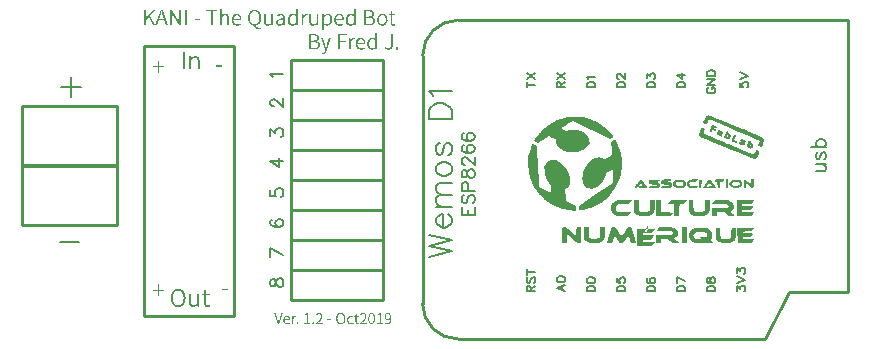
<source format=gto>
G04 Layer: TopSilkLayer*
G04 EasyEDA v6.2.44, 2019-10-04T11:08:35+02:00*
G04 41162be0d33c4ba8b269e90eca5c5aeb,6fbb11cf78c9446ebbc1c763f74fa548,10*
G04 Gerber Generator version 0.2*
G04 Scale: 100 percent, Rotated: No, Reflected: No *
G04 Dimensions in millimeters *
G04 leading zeros omitted , absolute positions ,3 integer and 3 decimal *
%FSLAX33Y33*%
%MOMM*%
G90*
G71D02*

%ADD10C,0.254000*%
%ADD18C,0.152400*%
%ADD19C,0.203200*%

%LPD*%

%LPD*%
G36*
G01X58976Y19659D02*
G01X58846Y19709D01*
G01X58722Y19437D01*
G01X58676Y19328D01*
G01X58643Y19231D01*
G01X58626Y19156D01*
G01X58628Y19116D01*
G01X58677Y19073D01*
G01X58734Y19069D01*
G01X58789Y19100D01*
G01X58826Y19163D01*
G01X58857Y19260D01*
G01X59149Y19202D01*
G01X59149Y19275D01*
G01X59140Y19307D01*
G01X59116Y19342D01*
G01X59080Y19375D01*
G01X59037Y19402D01*
G01X58925Y19456D01*
G01X59080Y19429D01*
G01X59143Y19423D01*
G01X59199Y19425D01*
G01X59243Y19436D01*
G01X59268Y19454D01*
G01X59274Y19474D01*
G01X59269Y19496D01*
G01X59252Y19519D01*
G01X59222Y19543D01*
G01X59180Y19569D01*
G01X59125Y19597D01*
G01X59057Y19627D01*
G01X58976Y19659D01*
G37*

%LPD*%
G36*
G01X59511Y19246D02*
G01X59426Y19261D01*
G01X59363Y19250D01*
G01X59322Y19214D01*
G01X59315Y19193D01*
G01X59319Y19173D01*
G01X59333Y19155D01*
G01X59356Y19143D01*
G01X59466Y19107D01*
G01X59510Y19085D01*
G01X59491Y19074D01*
G01X59411Y19070D01*
G01X59348Y19064D01*
G01X59292Y19053D01*
G01X59249Y19038D01*
G01X59226Y19020D01*
G01X59211Y18953D01*
G01X59238Y18884D01*
G01X59301Y18824D01*
G01X59389Y18786D01*
G01X59445Y18770D01*
G01X59500Y18750D01*
G01X59547Y18728D01*
G01X59581Y18707D01*
G01X59642Y18659D01*
G01X59689Y18782D01*
G01X59721Y18873D01*
G01X59742Y18950D01*
G01X59752Y19013D01*
G01X59749Y19066D01*
G01X59735Y19110D01*
G01X59708Y19147D01*
G01X59669Y19178D01*
G01X59616Y19206D01*
G01X59511Y19246D01*
G37*

%LPD*%
G36*
G01X60164Y19140D02*
G01X60134Y19152D01*
G01X60093Y19146D01*
G01X60051Y19108D01*
G01X60008Y19037D01*
G01X59960Y18932D01*
G01X59923Y18837D01*
G01X59890Y18755D01*
G01X59865Y18694D01*
G01X59852Y18662D01*
G01X59858Y18643D01*
G01X59888Y18616D01*
G01X59935Y18585D01*
G01X59994Y18552D01*
G01X60057Y18521D01*
G01X60120Y18496D01*
G01X60176Y18478D01*
G01X60219Y18472D01*
G01X60258Y18481D01*
G01X60297Y18509D01*
G01X60334Y18550D01*
G01X60367Y18600D01*
G01X60394Y18656D01*
G01X60411Y18712D01*
G01X60419Y18766D01*
G01X60412Y18813D01*
G01X60393Y18854D01*
G01X60364Y18891D01*
G01X60328Y18922D01*
G01X60290Y18941D01*
G01X60255Y18958D01*
G01X60228Y18986D01*
G01X60211Y19018D01*
G01X60206Y19053D01*
G01X60203Y19086D01*
G01X60188Y19116D01*
G01X60164Y19140D01*
G37*

%LPC*%
G36*
G01X60221Y18815D02*
G01X60183Y18816D01*
G01X60139Y18790D01*
G01X60106Y18741D01*
G01X60094Y18674D01*
G01X60112Y18633D01*
G01X60147Y18629D01*
G01X60190Y18671D01*
G01X60208Y18702D01*
G01X60223Y18733D01*
G01X60233Y18761D01*
G01X60237Y18781D01*
G01X60221Y18815D01*
G37*

%LPD*%
G36*
G01X60807Y18885D02*
G01X60769Y18887D01*
G01X60728Y18862D01*
G01X60686Y18809D01*
G01X60640Y18730D01*
G01X60602Y18650D01*
G01X60565Y18570D01*
G01X60535Y18498D01*
G01X60516Y18444D01*
G01X60485Y18342D01*
G01X60660Y18258D01*
G01X60733Y18226D01*
G01X60805Y18199D01*
G01X60866Y18181D01*
G01X60908Y18174D01*
G01X60944Y18180D01*
G01X60968Y18195D01*
G01X60978Y18218D01*
G01X60976Y18246D01*
G01X60963Y18277D01*
G01X60938Y18308D01*
G01X60903Y18337D01*
G01X60858Y18362D01*
G01X60736Y18418D01*
G01X60809Y18592D01*
G01X60860Y18725D01*
G01X60877Y18807D01*
G01X60859Y18855D01*
G01X60807Y18885D01*
G37*

%LPD*%
G36*
G01X61384Y18468D02*
G01X61342Y18468D01*
G01X61304Y18460D01*
G01X61272Y18443D01*
G01X61249Y18416D01*
G01X61240Y18392D01*
G01X61242Y18366D01*
G01X61254Y18343D01*
G01X61275Y18324D01*
G01X61295Y18306D01*
G01X61295Y18290D01*
G01X61274Y18275D01*
G01X61232Y18260D01*
G01X61181Y18240D01*
G01X61147Y18213D01*
G01X61132Y18180D01*
G01X61134Y18143D01*
G01X61154Y18104D01*
G01X61189Y18066D01*
G01X61241Y18029D01*
G01X61308Y17996D01*
G01X61386Y17966D01*
G01X61451Y17948D01*
G01X61504Y17944D01*
G01X61547Y17952D01*
G01X61582Y17974D01*
G01X61610Y18011D01*
G01X61632Y18063D01*
G01X61650Y18131D01*
G01X61685Y18292D01*
G01X61575Y18382D01*
G01X61527Y18416D01*
G01X61478Y18442D01*
G01X61430Y18459D01*
G01X61384Y18468D01*
G37*

%LPD*%
G36*
G01X58539Y20501D02*
G01X58532Y20501D01*
G01X58484Y20495D01*
G01X58433Y20476D01*
G01X58385Y20448D01*
G01X58348Y20415D01*
G01X58313Y20364D01*
G01X58270Y20290D01*
G01X58224Y20202D01*
G01X58182Y20112D01*
G01X58089Y19896D01*
G01X58182Y19827D01*
G01X58236Y19792D01*
G01X58282Y19771D01*
G01X58324Y19764D01*
G01X58361Y19771D01*
G01X58396Y19793D01*
G01X58429Y19831D01*
G01X58462Y19884D01*
G01X58495Y19954D01*
G01X58579Y20149D01*
G01X60188Y19481D01*
G01X60336Y19419D01*
G01X60411Y19388D01*
G01X60485Y19357D01*
G01X60634Y19295D01*
G01X60709Y19264D01*
G01X60783Y19234D01*
G01X60856Y19203D01*
G01X60930Y19173D01*
G01X61074Y19113D01*
G01X61145Y19083D01*
G01X61216Y19054D01*
G01X61285Y19025D01*
G01X61354Y18997D01*
G01X61421Y18969D01*
G01X61487Y18942D01*
G01X61551Y18915D01*
G01X61615Y18889D01*
G01X61676Y18863D01*
G01X61736Y18838D01*
G01X61795Y18814D01*
G01X61851Y18791D01*
G01X61905Y18768D01*
G01X61958Y18746D01*
G01X62009Y18726D01*
G01X62057Y18705D01*
G01X62103Y18687D01*
G01X62146Y18669D01*
G01X62187Y18651D01*
G01X62225Y18636D01*
G01X62261Y18621D01*
G01X62294Y18608D01*
G01X62324Y18595D01*
G01X62350Y18584D01*
G01X62904Y18356D01*
G01X62746Y17962D01*
G01X62838Y17895D01*
G01X62890Y17861D01*
G01X62935Y17840D01*
G01X62974Y17836D01*
G01X63010Y17847D01*
G01X63044Y17877D01*
G01X63077Y17925D01*
G01X63113Y17993D01*
G01X63152Y18082D01*
G01X63196Y18194D01*
G01X63228Y18287D01*
G01X63246Y18364D01*
G01X63251Y18427D01*
G01X63241Y18479D01*
G01X63219Y18523D01*
G01X63183Y18563D01*
G01X63133Y18600D01*
G01X63123Y18606D01*
G01X63110Y18613D01*
G01X63048Y18644D01*
G01X63021Y18657D01*
G01X62991Y18671D01*
G01X62957Y18687D01*
G01X62920Y18703D01*
G01X62881Y18721D01*
G01X62839Y18740D01*
G01X62793Y18760D01*
G01X62746Y18781D01*
G01X62695Y18803D01*
G01X62642Y18826D01*
G01X62587Y18850D01*
G01X62529Y18874D01*
G01X62470Y18900D01*
G01X62408Y18927D01*
G01X62344Y18954D01*
G01X62278Y18982D01*
G01X62211Y19011D01*
G01X62142Y19040D01*
G01X62071Y19071D01*
G01X61999Y19101D01*
G01X61925Y19132D01*
G01X61851Y19164D01*
G01X61697Y19228D01*
G01X61539Y19294D01*
G01X61459Y19328D01*
G01X61379Y19361D01*
G01X61215Y19429D01*
G01X61133Y19464D01*
G01X60967Y19532D01*
G01X60801Y19601D01*
G01X60718Y19635D01*
G01X60634Y19670D01*
G01X60552Y19704D01*
G01X60469Y19738D01*
G01X60387Y19772D01*
G01X60225Y19838D01*
G01X60145Y19871D01*
G01X60065Y19903D01*
G01X59909Y19967D01*
G01X59833Y19998D01*
G01X59758Y20028D01*
G01X59684Y20058D01*
G01X59611Y20088D01*
G01X59540Y20116D01*
G01X59471Y20144D01*
G01X59403Y20171D01*
G01X59337Y20197D01*
G01X59273Y20223D01*
G01X59211Y20248D01*
G01X59151Y20271D01*
G01X59093Y20294D01*
G01X59037Y20316D01*
G01X58984Y20338D01*
G01X58933Y20357D01*
G01X58885Y20376D01*
G01X58839Y20393D01*
G01X58796Y20410D01*
G01X58756Y20425D01*
G01X58719Y20439D01*
G01X58685Y20452D01*
G01X58654Y20463D01*
G01X58626Y20473D01*
G01X58563Y20494D01*
G01X58549Y20498D01*
G01X58539Y20501D01*
G37*

%LPD*%
G36*
G01X62060Y18362D02*
G01X61978Y18378D01*
G01X61875Y18147D01*
G01X61835Y18052D01*
G01X61802Y17966D01*
G01X61780Y17899D01*
G01X61773Y17858D01*
G01X61783Y17833D01*
G01X61810Y17804D01*
G01X61852Y17774D01*
G01X61902Y17745D01*
G01X61959Y17719D01*
G01X62018Y17698D01*
G01X62075Y17684D01*
G01X62127Y17679D01*
G01X62171Y17687D01*
G01X62210Y17708D01*
G01X62244Y17741D01*
G01X62271Y17781D01*
G01X62293Y17828D01*
G01X62307Y17878D01*
G01X62313Y17929D01*
G01X62312Y17979D01*
G01X62302Y18024D01*
G01X62283Y18063D01*
G01X62254Y18093D01*
G01X62216Y18111D01*
G01X62172Y18129D01*
G01X62143Y18157D01*
G01X62129Y18194D01*
G01X62129Y18286D01*
G01X62118Y18322D01*
G01X62094Y18348D01*
G01X62060Y18362D01*
G37*

%LPC*%
G36*
G01X62111Y17975D02*
G01X62086Y18006D01*
G01X62056Y17994D01*
G01X62030Y17950D01*
G01X62020Y17884D01*
G01X62020Y17808D01*
G01X62075Y17863D01*
G01X62095Y17889D01*
G01X62108Y17919D01*
G01X62114Y17949D01*
G01X62111Y17975D01*
G37*

%LPD*%
G36*
G01X47259Y20394D02*
G01X47135Y20394D01*
G01X47073Y20392D01*
G01X47011Y20389D01*
G01X46949Y20385D01*
G01X46888Y20381D01*
G01X46826Y20375D01*
G01X46765Y20368D01*
G01X46645Y20350D01*
G01X46585Y20340D01*
G01X46525Y20329D01*
G01X46465Y20316D01*
G01X46406Y20303D01*
G01X46348Y20289D01*
G01X46289Y20275D01*
G01X46231Y20259D01*
G01X46115Y20225D01*
G01X46058Y20206D01*
G01X46000Y20187D01*
G01X45944Y20167D01*
G01X45887Y20147D01*
G01X45775Y20103D01*
G01X45720Y20079D01*
G01X45665Y20056D01*
G01X45555Y20006D01*
G01X45502Y19979D01*
G01X45448Y19952D01*
G01X45395Y19925D01*
G01X45291Y19867D01*
G01X45239Y19837D01*
G01X45137Y19775D01*
G01X45087Y19743D01*
G01X45037Y19710D01*
G01X44988Y19676D01*
G01X44940Y19642D01*
G01X44891Y19607D01*
G01X44797Y19535D01*
G01X44751Y19498D01*
G01X44705Y19460D01*
G01X44660Y19422D01*
G01X44616Y19382D01*
G01X44572Y19343D01*
G01X44529Y19303D01*
G01X44487Y19262D01*
G01X44444Y19220D01*
G01X44385Y19159D01*
G01X44326Y19095D01*
G01X44268Y19030D01*
G01X44211Y18965D01*
G01X44155Y18899D01*
G01X44102Y18833D01*
G01X44052Y18769D01*
G01X44005Y18706D01*
G01X43961Y18646D01*
G01X43922Y18590D01*
G01X43887Y18536D01*
G01X43858Y18488D01*
G01X43834Y18444D01*
G01X43817Y18407D01*
G01X43806Y18376D01*
G01X43802Y18352D01*
G01X43815Y18324D01*
G01X43847Y18288D01*
G01X43896Y18250D01*
G01X43955Y18212D01*
G01X44107Y18125D01*
G01X45024Y18751D01*
G01X45329Y18601D01*
G01X45634Y18450D01*
G01X45634Y18311D01*
G01X45636Y18257D01*
G01X45641Y18205D01*
G01X45650Y18154D01*
G01X45664Y18103D01*
G01X45680Y18055D01*
G01X45701Y18007D01*
G01X45725Y17960D01*
G01X45753Y17915D01*
G01X45784Y17871D01*
G01X45819Y17829D01*
G01X45857Y17787D01*
G01X45899Y17747D01*
G01X45944Y17709D01*
G01X45992Y17672D01*
G01X46044Y17637D01*
G01X46100Y17603D01*
G01X46158Y17571D01*
G01X46219Y17541D01*
G01X46284Y17512D01*
G01X46352Y17485D01*
G01X46627Y17382D01*
G01X47506Y17382D01*
G01X47818Y17544D01*
G01X47892Y17584D01*
G01X47963Y17627D01*
G01X48029Y17673D01*
G01X48092Y17720D01*
G01X48151Y17770D01*
G01X48205Y17820D01*
G01X48254Y17872D01*
G01X48298Y17926D01*
G01X48466Y18147D01*
G01X48443Y18381D01*
G01X48437Y18432D01*
G01X48427Y18482D01*
G01X48414Y18531D01*
G01X48398Y18579D01*
G01X48378Y18625D01*
G01X48356Y18670D01*
G01X48331Y18714D01*
G01X48303Y18757D01*
G01X48273Y18798D01*
G01X48240Y18837D01*
G01X48204Y18876D01*
G01X48167Y18913D01*
G01X48126Y18948D01*
G01X48084Y18981D01*
G01X48040Y19013D01*
G01X47993Y19043D01*
G01X47945Y19072D01*
G01X47894Y19098D01*
G01X47842Y19123D01*
G01X47788Y19146D01*
G01X47733Y19167D01*
G01X47676Y19185D01*
G01X47617Y19203D01*
G01X47557Y19217D01*
G01X47497Y19230D01*
G01X47435Y19241D01*
G01X47372Y19249D01*
G01X47308Y19255D01*
G01X47243Y19259D01*
G01X47177Y19261D01*
G01X47111Y19260D01*
G01X47044Y19257D01*
G01X46976Y19251D01*
G01X46908Y19243D01*
G01X46840Y19232D01*
G01X46772Y19218D01*
G01X46505Y19162D01*
G01X46292Y19274D01*
G01X46209Y19320D01*
G01X46142Y19361D01*
G01X46096Y19394D01*
G01X46079Y19412D01*
G01X46089Y19423D01*
G01X46117Y19446D01*
G01X46163Y19479D01*
G01X46221Y19520D01*
G01X46294Y19569D01*
G01X46376Y19623D01*
G01X46467Y19682D01*
G01X46564Y19745D01*
G01X47048Y20053D01*
G01X50164Y18467D01*
G01X50324Y18543D01*
G01X50387Y18577D01*
G01X50438Y18616D01*
G01X50472Y18653D01*
G01X50485Y18685D01*
G01X50482Y18704D01*
G01X50470Y18728D01*
G01X50453Y18759D01*
G01X50429Y18794D01*
G01X50400Y18833D01*
G01X50365Y18877D01*
G01X50326Y18924D01*
G01X50283Y18973D01*
G01X50236Y19025D01*
G01X50186Y19078D01*
G01X50134Y19133D01*
G01X50080Y19188D01*
G01X50024Y19243D01*
G01X49967Y19298D01*
G01X49910Y19352D01*
G01X49853Y19403D01*
G01X49796Y19453D01*
G01X49740Y19500D01*
G01X49686Y19545D01*
G01X49634Y19585D01*
G01X49582Y19623D01*
G01X49531Y19660D01*
G01X49478Y19696D01*
G01X49424Y19731D01*
G01X49371Y19766D01*
G01X49316Y19800D01*
G01X49261Y19832D01*
G01X49205Y19864D01*
G01X49150Y19895D01*
G01X49093Y19926D01*
G01X49036Y19955D01*
G01X48978Y19983D01*
G01X48862Y20037D01*
G01X48803Y20063D01*
G01X48744Y20087D01*
G01X48684Y20111D01*
G01X48624Y20134D01*
G01X48564Y20156D01*
G01X48503Y20177D01*
G01X48443Y20197D01*
G01X48381Y20216D01*
G01X48259Y20252D01*
G01X48197Y20268D01*
G01X48135Y20283D01*
G01X48011Y20311D01*
G01X47948Y20323D01*
G01X47886Y20335D01*
G01X47823Y20345D01*
G01X47761Y20355D01*
G01X47635Y20371D01*
G01X47572Y20377D01*
G01X47510Y20383D01*
G01X47447Y20387D01*
G01X47384Y20390D01*
G01X47322Y20393D01*
G01X47259Y20394D01*
G37*

%LPD*%
G36*
G01X58106Y19438D02*
G01X57957Y19516D01*
G01X57699Y18952D01*
G01X57788Y18699D01*
G01X58456Y18418D01*
G01X58485Y18406D01*
G01X58516Y18392D01*
G01X58550Y18378D01*
G01X58585Y18363D01*
G01X58623Y18347D01*
G01X58663Y18330D01*
G01X58706Y18313D01*
G01X58750Y18294D01*
G01X58796Y18275D01*
G01X58844Y18255D01*
G01X58893Y18234D01*
G01X58945Y18213D01*
G01X58998Y18191D01*
G01X59052Y18168D01*
G01X59108Y18144D01*
G01X59165Y18121D01*
G01X59224Y18096D01*
G01X59284Y18071D01*
G01X59345Y18046D01*
G01X59407Y18020D01*
G01X59470Y17994D01*
G01X59534Y17967D01*
G01X59664Y17913D01*
G01X59730Y17885D01*
G01X59797Y17858D01*
G01X59864Y17830D01*
G01X59932Y17802D01*
G01X60000Y17773D01*
G01X60069Y17745D01*
G01X60207Y17687D01*
G01X60276Y17659D01*
G01X60345Y17630D01*
G01X60483Y17573D01*
G01X60552Y17545D01*
G01X60688Y17488D01*
G01X60755Y17460D01*
G01X62387Y16783D01*
G01X62503Y16812D01*
G01X62533Y16823D01*
G01X62562Y16840D01*
G01X62592Y16865D01*
G01X62621Y16897D01*
G01X62650Y16936D01*
G01X62680Y16983D01*
G01X62710Y17038D01*
G01X62740Y17100D01*
G01X62790Y17208D01*
G01X62825Y17293D01*
G01X62846Y17358D01*
G01X62852Y17406D01*
G01X62844Y17444D01*
G01X62821Y17473D01*
G01X62784Y17499D01*
G01X62731Y17525D01*
G01X62681Y17548D01*
G01X62644Y17563D01*
G01X62616Y17568D01*
G01X62594Y17561D01*
G01X62574Y17540D01*
G01X62553Y17502D01*
G01X62529Y17444D01*
G01X62496Y17366D01*
G01X62418Y17177D01*
G01X62308Y17212D01*
G01X62296Y17216D01*
G01X62279Y17222D01*
G01X62259Y17230D01*
G01X62235Y17239D01*
G01X62207Y17249D01*
G01X62176Y17262D01*
G01X62141Y17276D01*
G01X62103Y17291D01*
G01X62061Y17308D01*
G01X62016Y17326D01*
G01X61968Y17345D01*
G01X61918Y17366D01*
G01X61864Y17388D01*
G01X61808Y17410D01*
G01X61749Y17435D01*
G01X61689Y17460D01*
G01X61625Y17486D01*
G01X61559Y17513D01*
G01X61492Y17540D01*
G01X61423Y17569D01*
G01X61352Y17599D01*
G01X61279Y17629D01*
G01X61204Y17660D01*
G01X61128Y17692D01*
G01X61051Y17724D01*
G01X60893Y17790D01*
G01X60812Y17823D01*
G01X60731Y17858D01*
G01X60649Y17892D01*
G01X60483Y17962D01*
G01X60315Y18032D01*
G01X60148Y18103D01*
G01X59980Y18173D01*
G01X59897Y18209D01*
G01X59814Y18243D01*
G01X59732Y18278D01*
G01X59650Y18312D01*
G01X59570Y18347D01*
G01X59490Y18380D01*
G01X59412Y18414D01*
G01X59334Y18446D01*
G01X59258Y18479D01*
G01X59184Y18511D01*
G01X59110Y18542D01*
G01X59039Y18572D01*
G01X58970Y18602D01*
G01X58902Y18631D01*
G01X58837Y18659D01*
G01X58773Y18686D01*
G01X58712Y18712D01*
G01X58653Y18738D01*
G01X58597Y18762D01*
G01X58543Y18785D01*
G01X58492Y18807D01*
G01X58444Y18828D01*
G01X58399Y18848D01*
G01X58358Y18866D01*
G01X58319Y18883D01*
G01X58283Y18899D01*
G01X58252Y18913D01*
G01X58223Y18926D01*
G01X58199Y18937D01*
G01X58179Y18947D01*
G01X58162Y18954D01*
G01X58149Y18961D01*
G01X58141Y18965D01*
G01X58137Y18968D01*
G01X58123Y18999D01*
G01X58124Y19048D01*
G01X58141Y19112D01*
G01X58173Y19188D01*
G01X58255Y19361D01*
G01X58106Y19438D01*
G37*

%LPD*%
G36*
G01X60843Y15056D02*
G01X60530Y15056D01*
G01X60409Y14934D01*
G01X60362Y14880D01*
G01X60323Y14820D01*
G01X60297Y14764D01*
G01X60287Y14717D01*
G01X60292Y14669D01*
G01X60305Y14624D01*
G01X60326Y14580D01*
G01X60353Y14540D01*
G01X60389Y14502D01*
G01X60430Y14468D01*
G01X60476Y14437D01*
G01X60528Y14410D01*
G01X60585Y14387D01*
G01X60645Y14369D01*
G01X60708Y14354D01*
G01X60774Y14345D01*
G01X60842Y14341D01*
G01X60911Y14343D01*
G01X60982Y14349D01*
G01X61053Y14362D01*
G01X61134Y14384D01*
G01X61201Y14413D01*
G01X61257Y14447D01*
G01X61302Y14488D01*
G01X61335Y14538D01*
G01X61358Y14596D01*
G01X61372Y14663D01*
G01X61376Y14740D01*
G01X61373Y14795D01*
G01X61364Y14844D01*
G01X61348Y14887D01*
G01X61324Y14924D01*
G01X61294Y14957D01*
G01X61255Y14984D01*
G01X61209Y15007D01*
G01X61154Y15025D01*
G01X61090Y15039D01*
G01X61017Y15048D01*
G01X60935Y15054D01*
G01X60843Y15056D01*
G37*

%LPC*%
G36*
G01X61132Y14858D02*
G01X60581Y14858D01*
G01X60550Y14776D01*
G01X60536Y14723D01*
G01X60538Y14675D01*
G01X60555Y14634D01*
G01X60587Y14599D01*
G01X60633Y14572D01*
G01X60694Y14552D01*
G01X60769Y14540D01*
G01X60856Y14536D01*
G01X60944Y14540D01*
G01X61019Y14552D01*
G01X61080Y14572D01*
G01X61126Y14599D01*
G01X61158Y14634D01*
G01X61175Y14675D01*
G01X61177Y14723D01*
G01X61163Y14776D01*
G01X61132Y14858D01*
G37*

%LPD*%
G36*
G01X57965Y15056D02*
G01X57708Y15056D01*
G01X57738Y14338D01*
G01X57935Y14338D01*
G01X57965Y15056D01*
G37*

%LPD*%
G36*
G01X59841Y15041D02*
G01X59841Y15105D01*
G01X59532Y15104D01*
G01X59468Y15102D01*
G01X59405Y15099D01*
G01X59345Y15094D01*
G01X59288Y15088D01*
G01X59237Y15080D01*
G01X59194Y15072D01*
G01X59160Y15062D01*
G01X59136Y15052D01*
G01X59095Y15022D01*
G01X59067Y14990D01*
G01X59053Y14957D01*
G01X59052Y14926D01*
G01X59063Y14899D01*
G01X59087Y14878D01*
G01X59123Y14863D01*
G01X59171Y14858D01*
G01X59292Y14858D01*
G01X59322Y14338D01*
G01X59520Y14338D01*
G01X59550Y14858D01*
G01X59636Y14858D01*
G01X59711Y14873D01*
G01X59777Y14915D01*
G01X59824Y14974D01*
G01X59841Y15041D01*
G37*

%LPD*%
G36*
G01X56426Y15056D02*
G01X55777Y15056D01*
G01X55656Y14934D01*
G01X55618Y14892D01*
G01X55588Y14850D01*
G01X55567Y14807D01*
G01X55551Y14766D01*
G01X55543Y14724D01*
G01X55542Y14683D01*
G01X55547Y14643D01*
G01X55558Y14604D01*
G01X55575Y14567D01*
G01X55598Y14532D01*
G01X55625Y14498D01*
G01X55658Y14467D01*
G01X55695Y14438D01*
G01X55736Y14412D01*
G01X55781Y14389D01*
G01X55830Y14370D01*
G01X55883Y14353D01*
G01X55938Y14341D01*
G01X55996Y14333D01*
G01X56057Y14329D01*
G01X56120Y14329D01*
G01X56185Y14334D01*
G01X56252Y14345D01*
G01X56320Y14361D01*
G01X56375Y14379D01*
G01X56425Y14402D01*
G01X56470Y14428D01*
G01X56509Y14459D01*
G01X56544Y14494D01*
G01X56573Y14531D01*
G01X56596Y14571D01*
G01X56614Y14612D01*
G01X56625Y14656D01*
G01X56631Y14699D01*
G01X56630Y14744D01*
G01X56622Y14788D01*
G01X56609Y14832D01*
G01X56588Y14876D01*
G01X56560Y14917D01*
G01X56525Y14957D01*
G01X56426Y15056D01*
G37*

%LPC*%
G36*
G01X56370Y14858D02*
G01X55829Y14858D01*
G01X55798Y14776D01*
G01X55785Y14725D01*
G01X55787Y14678D01*
G01X55803Y14637D01*
G01X55834Y14601D01*
G01X55879Y14571D01*
G01X55936Y14547D01*
G01X56006Y14531D01*
G01X56089Y14521D01*
G01X56176Y14519D01*
G01X56251Y14528D01*
G01X56312Y14544D01*
G01X56359Y14570D01*
G01X56392Y14605D01*
G01X56410Y14647D01*
G01X56413Y14698D01*
G01X56402Y14756D01*
G01X56370Y14858D01*
G37*

%LPD*%
G36*
G01X57544Y15096D02*
G01X57488Y15098D01*
G01X57417Y15094D01*
G01X57328Y15086D01*
G01X57223Y15075D01*
G01X57100Y15058D01*
G01X57036Y15048D01*
G01X56979Y15034D01*
G01X56928Y15017D01*
G01X56883Y14997D01*
G01X56844Y14974D01*
G01X56811Y14947D01*
G01X56783Y14916D01*
G01X56761Y14882D01*
G01X56744Y14842D01*
G01X56732Y14799D01*
G01X56725Y14752D01*
G01X56723Y14700D01*
G01X56726Y14653D01*
G01X56735Y14609D01*
G01X56750Y14568D01*
G01X56771Y14529D01*
G01X56798Y14494D01*
G01X56831Y14461D01*
G01X56868Y14432D01*
G01X56911Y14406D01*
G01X56960Y14383D01*
G01X57013Y14364D01*
G01X57072Y14348D01*
G01X57135Y14337D01*
G01X57225Y14326D01*
G01X57306Y14322D01*
G01X57377Y14324D01*
G01X57439Y14334D01*
G01X57490Y14350D01*
G01X57532Y14373D01*
G01X57563Y14403D01*
G01X57583Y14439D01*
G01X57611Y14511D01*
G01X57321Y14511D01*
G01X57215Y14514D01*
G01X57126Y14524D01*
G01X57054Y14542D01*
G01X56999Y14566D01*
G01X56959Y14598D01*
G01X56935Y14638D01*
G01X56925Y14687D01*
G01X56930Y14744D01*
G01X56946Y14833D01*
G01X57233Y14858D01*
G01X57324Y14869D01*
G01X57402Y14884D01*
G01X57468Y14903D01*
G01X57520Y14926D01*
G01X57560Y14954D01*
G01X57589Y14987D01*
G01X57607Y15025D01*
G01X57613Y15068D01*
G01X57606Y15082D01*
G01X57583Y15091D01*
G01X57544Y15096D01*
G37*

%LPD*%
G36*
G01X54324Y14959D02*
G01X54411Y15056D01*
G01X54020Y15054D01*
G01X53939Y15053D01*
G01X53861Y15050D01*
G01X53787Y15045D01*
G01X53718Y15038D01*
G01X53658Y15030D01*
G01X53607Y15022D01*
G01X53568Y15012D01*
G01X53542Y15002D01*
G01X53507Y14976D01*
G01X53481Y14942D01*
G01X53465Y14904D01*
G01X53458Y14864D01*
G01X53461Y14823D01*
G01X53474Y14782D01*
G01X53496Y14744D01*
G01X53528Y14710D01*
G01X53548Y14698D01*
G01X53579Y14685D01*
G01X53619Y14672D01*
G01X53667Y14660D01*
G01X53720Y14649D01*
G01X53777Y14639D01*
G01X53837Y14630D01*
G01X53899Y14624D01*
G01X53989Y14614D01*
G01X54063Y14603D01*
G01X54119Y14591D01*
G01X54159Y14578D01*
G01X54182Y14566D01*
G01X54189Y14554D01*
G01X54179Y14542D01*
G01X54152Y14532D01*
G01X54109Y14523D01*
G01X54050Y14517D01*
G01X53974Y14513D01*
G01X53882Y14511D01*
G01X53565Y14511D01*
G01X53535Y14433D01*
G01X53523Y14400D01*
G01X53514Y14370D01*
G01X53507Y14344D01*
G01X53505Y14327D01*
G01X53519Y14321D01*
G01X53558Y14318D01*
G01X53617Y14318D01*
G01X53693Y14321D01*
G01X53780Y14326D01*
G01X53873Y14333D01*
G01X53969Y14342D01*
G01X54062Y14351D01*
G01X54148Y14362D01*
G01X54223Y14373D01*
G01X54282Y14383D01*
G01X54319Y14393D01*
G01X54357Y14413D01*
G01X54386Y14440D01*
G01X54406Y14473D01*
G01X54418Y14511D01*
G01X54421Y14553D01*
G01X54413Y14598D01*
G01X54397Y14644D01*
G01X54371Y14691D01*
G01X54295Y14808D01*
G01X53728Y14826D01*
G01X53982Y14845D01*
G01X54100Y14858D01*
G01X54196Y14882D01*
G01X54270Y14915D01*
G01X54324Y14959D01*
G37*

%LPD*%
G36*
G01X60188Y15105D02*
G01X59990Y15105D01*
G01X59990Y14313D01*
G01X60188Y14313D01*
G01X60188Y15105D01*
G37*

%LPD*%
G36*
G01X55224Y15097D02*
G01X55165Y15097D01*
G01X55101Y15096D01*
G01X55035Y15093D01*
G01X54967Y15089D01*
G01X54898Y15084D01*
G01X54832Y15077D01*
G01X54768Y15069D01*
G01X54704Y15056D01*
G01X54648Y15041D01*
G01X54601Y15020D01*
G01X54563Y14996D01*
G01X54533Y14967D01*
G01X54512Y14935D01*
G01X54499Y14898D01*
G01X54495Y14858D01*
G01X54501Y14808D01*
G01X54520Y14766D01*
G01X54551Y14730D01*
G01X54597Y14699D01*
G01X54658Y14673D01*
G01X54734Y14653D01*
G01X54828Y14636D01*
G01X54939Y14624D01*
G01X55055Y14610D01*
G01X55150Y14593D01*
G01X55214Y14574D01*
G01X55237Y14556D01*
G01X55212Y14539D01*
G01X55139Y14523D01*
G01X55034Y14510D01*
G01X54904Y14501D01*
G01X54570Y14486D01*
G01X54554Y14400D01*
G01X54537Y14313D01*
G01X54831Y14313D01*
G01X54924Y14315D01*
G01X55011Y14320D01*
G01X55091Y14327D01*
G01X55163Y14339D01*
G01X55227Y14353D01*
G01X55284Y14370D01*
G01X55333Y14390D01*
G01X55375Y14413D01*
G01X55408Y14439D01*
G01X55433Y14467D01*
G01X55450Y14498D01*
G01X55459Y14532D01*
G01X55460Y14568D01*
G01X55452Y14607D01*
G01X55436Y14648D01*
G01X55411Y14691D01*
G01X55334Y14808D01*
G01X55075Y14812D01*
G01X54817Y14815D01*
G01X54916Y14858D01*
G01X54967Y14875D01*
G01X55031Y14889D01*
G01X55102Y14899D01*
G01X55170Y14903D01*
G01X55226Y14910D01*
G01X55280Y14923D01*
G01X55327Y14942D01*
G01X55367Y14966D01*
G01X55396Y14992D01*
G01X55414Y15020D01*
G01X55416Y15048D01*
G01X55402Y15073D01*
G01X55387Y15080D01*
G01X55360Y15087D01*
G01X55323Y15091D01*
G01X55278Y15095D01*
G01X55224Y15097D01*
G37*

%LPD*%
G36*
G01X52835Y15049D02*
G01X52813Y15056D01*
G01X52788Y15050D01*
G01X52757Y15032D01*
G01X52721Y15004D01*
G01X52679Y14964D01*
G01X52633Y14915D01*
G01X52583Y14857D01*
G01X52529Y14790D01*
G01X52472Y14714D01*
G01X52423Y14645D01*
G01X52378Y14579D01*
G01X52339Y14518D01*
G01X52306Y14465D01*
G01X52280Y14418D01*
G01X52262Y14381D01*
G01X52253Y14356D01*
G01X52254Y14343D01*
G01X52287Y14320D01*
G01X52325Y14311D01*
G01X52367Y14315D01*
G01X52413Y14333D01*
G01X52462Y14365D01*
G01X52513Y14410D01*
G01X52565Y14467D01*
G01X52619Y14536D01*
G01X52680Y14618D01*
G01X52729Y14680D01*
G01X52770Y14722D01*
G01X52804Y14744D01*
G01X52832Y14749D01*
G01X52858Y14736D01*
G01X52883Y14707D01*
G01X52909Y14663D01*
G01X52948Y14582D01*
G01X52949Y14537D01*
G01X52902Y14515D01*
G01X52800Y14502D01*
G01X52729Y14489D01*
G01X52676Y14468D01*
G01X52641Y14438D01*
G01X52623Y14400D01*
G01X52606Y14313D01*
G01X52981Y14313D01*
G01X53068Y14314D01*
G01X53143Y14317D01*
G01X53207Y14321D01*
G01X53261Y14327D01*
G01X53302Y14335D01*
G01X53332Y14345D01*
G01X53350Y14356D01*
G01X53356Y14369D01*
G01X53351Y14395D01*
G01X53337Y14432D01*
G01X53314Y14475D01*
G01X53285Y14525D01*
G01X53249Y14579D01*
G01X53209Y14637D01*
G01X53165Y14696D01*
G01X53119Y14756D01*
G01X53072Y14814D01*
G01X53026Y14869D01*
G01X52980Y14920D01*
G01X52937Y14964D01*
G01X52898Y15002D01*
G01X52863Y15031D01*
G01X52835Y15049D01*
G37*

%LPD*%
G36*
G01X62366Y15105D02*
G01X62168Y15105D01*
G01X62168Y14907D01*
G01X62166Y14830D01*
G01X62159Y14767D01*
G01X62149Y14725D01*
G01X62136Y14709D01*
G01X62107Y14723D01*
G01X62052Y14760D01*
G01X61978Y14815D01*
G01X61893Y14882D01*
G01X61804Y14950D01*
G01X61721Y15005D01*
G01X61650Y15042D01*
G01X61603Y15056D01*
G01X61525Y15056D01*
G01X61517Y14759D01*
G01X61514Y14638D01*
G01X61511Y14531D01*
G01X61508Y14447D01*
G01X61505Y14400D01*
G01X61512Y14375D01*
G01X61534Y14351D01*
G01X61569Y14333D01*
G01X61611Y14322D01*
G01X61723Y14306D01*
G01X61723Y14508D01*
G01X61725Y14574D01*
G01X61733Y14628D01*
G01X61744Y14669D01*
G01X61760Y14696D01*
G01X61778Y14709D01*
G01X61800Y14707D01*
G01X61823Y14690D01*
G01X61849Y14657D01*
G01X61884Y14614D01*
G01X61941Y14563D01*
G01X62013Y14507D01*
G01X62091Y14453D01*
G01X62169Y14404D01*
G01X62239Y14366D01*
G01X62293Y14344D01*
G01X62323Y14342D01*
G01X62332Y14354D01*
G01X62340Y14381D01*
G01X62347Y14420D01*
G01X62353Y14469D01*
G01X62359Y14527D01*
G01X62363Y14592D01*
G01X62366Y14662D01*
G01X62366Y15105D01*
G37*

%LPD*%
G36*
G01X58652Y15045D02*
G01X58617Y15046D01*
G01X58582Y15035D01*
G01X58547Y15015D01*
G01X58509Y14984D01*
G01X58470Y14944D01*
G01X58431Y14899D01*
G01X58389Y14848D01*
G01X58344Y14791D01*
G01X58299Y14730D01*
G01X58253Y14668D01*
G01X58210Y14607D01*
G01X58169Y14548D01*
G01X58133Y14494D01*
G01X58103Y14445D01*
G01X58080Y14405D01*
G01X58064Y14374D01*
G01X58059Y14355D01*
G01X58069Y14320D01*
G01X58095Y14305D01*
G01X58136Y14308D01*
G01X58186Y14327D01*
G01X58245Y14362D01*
G01X58309Y14410D01*
G01X58374Y14470D01*
G01X58438Y14541D01*
G01X58624Y14769D01*
G01X58719Y14653D01*
G01X58814Y14536D01*
G01X58672Y14519D01*
G01X58567Y14497D01*
G01X58483Y14459D01*
G01X58427Y14411D01*
G01X58406Y14356D01*
G01X58414Y14348D01*
G01X58437Y14340D01*
G01X58474Y14332D01*
G01X58522Y14326D01*
G01X58581Y14320D01*
G01X58648Y14317D01*
G01X58722Y14314D01*
G01X58802Y14313D01*
G01X58881Y14314D01*
G01X58956Y14315D01*
G01X59023Y14318D01*
G01X59081Y14322D01*
G01X59130Y14326D01*
G01X59167Y14331D01*
G01X59190Y14337D01*
G01X59198Y14343D01*
G01X59193Y14355D01*
G01X59180Y14381D01*
G01X59159Y14417D01*
G01X59131Y14464D01*
G01X59097Y14518D01*
G01X59058Y14579D01*
G01X59015Y14644D01*
G01X58969Y14714D01*
G01X58910Y14799D01*
G01X58857Y14871D01*
G01X58810Y14930D01*
G01X58766Y14977D01*
G01X58726Y15011D01*
G01X58688Y15034D01*
G01X58652Y15045D01*
G37*

%LPD*%
G36*
G01X50649Y18437D02*
G01X50618Y18441D01*
G01X50568Y18429D01*
G01X50506Y18404D01*
G01X50439Y18368D01*
G01X50277Y18269D01*
G01X50305Y18110D01*
G01X50311Y18070D01*
G01X50322Y17949D01*
G01X50328Y17875D01*
G01X50332Y17793D01*
G01X50337Y17707D01*
G01X50340Y17619D01*
G01X50342Y17531D01*
G01X50352Y17111D01*
G01X50084Y16950D01*
G01X49982Y16890D01*
G01X49897Y16845D01*
G01X49826Y16815D01*
G01X49765Y16798D01*
G01X49712Y16795D01*
G01X49664Y16805D01*
G01X49616Y16827D01*
G01X49567Y16861D01*
G01X49527Y16885D01*
G01X49478Y16903D01*
G01X49421Y16918D01*
G01X49359Y16927D01*
G01X49291Y16932D01*
G01X49220Y16933D01*
G01X49148Y16929D01*
G01X49074Y16920D01*
G01X49003Y16908D01*
G01X48934Y16890D01*
G01X48870Y16868D01*
G01X48811Y16842D01*
G01X48772Y16821D01*
G01X48730Y16795D01*
G01X48688Y16765D01*
G01X48644Y16732D01*
G01X48600Y16695D01*
G01X48555Y16656D01*
G01X48510Y16614D01*
G01X48466Y16571D01*
G01X48421Y16524D01*
G01X48377Y16477D01*
G01X48334Y16428D01*
G01X48292Y16378D01*
G01X48252Y16327D01*
G01X48213Y16275D01*
G01X48176Y16224D01*
G01X48141Y16172D01*
G01X48109Y16121D01*
G01X48079Y16070D01*
G01X48052Y16021D01*
G01X48028Y15972D01*
G01X48007Y15921D01*
G01X47986Y15868D01*
G01X47967Y15812D01*
G01X47950Y15754D01*
G01X47934Y15694D01*
G01X47920Y15633D01*
G01X47907Y15571D01*
G01X47897Y15508D01*
G01X47888Y15445D01*
G01X47880Y15382D01*
G01X47874Y15320D01*
G01X47870Y15258D01*
G01X47868Y15198D01*
G01X47868Y15139D01*
G01X47870Y15082D01*
G01X47873Y15027D01*
G01X47879Y14976D01*
G01X47887Y14927D01*
G01X47897Y14881D01*
G01X47908Y14839D01*
G01X47933Y14774D01*
G01X47961Y14711D01*
G01X47993Y14653D01*
G01X48028Y14597D01*
G01X48068Y14545D01*
G01X48109Y14498D01*
G01X48154Y14454D01*
G01X48202Y14415D01*
G01X48251Y14382D01*
G01X48303Y14353D01*
G01X48357Y14329D01*
G01X48413Y14311D01*
G01X48611Y14258D01*
G01X48848Y14337D01*
G01X48902Y14356D01*
G01X48954Y14378D01*
G01X49006Y14402D01*
G01X49057Y14429D01*
G01X49107Y14458D01*
G01X49156Y14490D01*
G01X49204Y14524D01*
G01X49251Y14560D01*
G01X49297Y14599D01*
G01X49342Y14640D01*
G01X49385Y14682D01*
G01X49427Y14728D01*
G01X49468Y14775D01*
G01X49508Y14824D01*
G01X49546Y14875D01*
G01X49582Y14928D01*
G01X49618Y14983D01*
G01X49652Y15040D01*
G01X49684Y15098D01*
G01X49714Y15158D01*
G01X49743Y15220D01*
G01X49771Y15283D01*
G01X49797Y15348D01*
G01X49821Y15415D01*
G01X49897Y15640D01*
G01X50159Y15814D01*
G01X50422Y15988D01*
G01X50453Y15539D01*
G01X50460Y15445D01*
G01X50466Y15353D01*
G01X50471Y15262D01*
G01X50476Y15177D01*
G01X50479Y15099D01*
G01X50483Y15031D01*
G01X50485Y14977D01*
G01X50485Y14784D01*
G01X49024Y13818D01*
G01X47563Y12853D01*
G01X47589Y12456D01*
G01X47762Y12472D01*
G01X47815Y12477D01*
G01X47869Y12484D01*
G01X47925Y12493D01*
G01X47981Y12503D01*
G01X48039Y12515D01*
G01X48098Y12528D01*
G01X48158Y12543D01*
G01X48218Y12559D01*
G01X48280Y12576D01*
G01X48404Y12614D01*
G01X48530Y12658D01*
G01X48593Y12681D01*
G01X48657Y12706D01*
G01X48783Y12758D01*
G01X48846Y12786D01*
G01X48909Y12815D01*
G01X48971Y12844D01*
G01X49032Y12874D01*
G01X49154Y12936D01*
G01X49213Y12969D01*
G01X49271Y13002D01*
G01X49328Y13036D01*
G01X49384Y13070D01*
G01X49438Y13104D01*
G01X49491Y13139D01*
G01X49543Y13175D01*
G01X49593Y13211D01*
G01X49641Y13247D01*
G01X49689Y13284D01*
G01X49735Y13322D01*
G01X49827Y13400D01*
G01X49917Y13482D01*
G01X49961Y13525D01*
G01X50006Y13568D01*
G01X50049Y13612D01*
G01X50091Y13656D01*
G01X50134Y13702D01*
G01X50175Y13748D01*
G01X50216Y13795D01*
G01X50296Y13891D01*
G01X50374Y13989D01*
G01X50411Y14039D01*
G01X50485Y14141D01*
G01X50521Y14193D01*
G01X50556Y14245D01*
G01X50590Y14298D01*
G01X50623Y14351D01*
G01X50656Y14405D01*
G01X50688Y14459D01*
G01X50719Y14513D01*
G01X50749Y14568D01*
G01X50779Y14624D01*
G01X50807Y14679D01*
G01X50835Y14735D01*
G01X50862Y14791D01*
G01X50888Y14847D01*
G01X50913Y14903D01*
G01X50937Y14960D01*
G01X50960Y15017D01*
G01X50982Y15074D01*
G01X51004Y15132D01*
G01X51024Y15189D01*
G01X51043Y15246D01*
G01X51062Y15304D01*
G01X51079Y15361D01*
G01X51095Y15419D01*
G01X51110Y15476D01*
G01X51121Y15522D01*
G01X51131Y15571D01*
G01X51141Y15622D01*
G01X51150Y15675D01*
G01X51158Y15730D01*
G01X51165Y15787D01*
G01X51172Y15845D01*
G01X51178Y15906D01*
G01X51183Y15967D01*
G01X51188Y16030D01*
G01X51192Y16093D01*
G01X51195Y16157D01*
G01X51197Y16222D01*
G01X51199Y16288D01*
G01X51200Y16354D01*
G01X51200Y16486D01*
G01X51199Y16551D01*
G01X51197Y16617D01*
G01X51194Y16681D01*
G01X51191Y16746D01*
G01X51187Y16809D01*
G01X51182Y16871D01*
G01X51177Y16932D01*
G01X51171Y16992D01*
G01X51164Y17050D01*
G01X51156Y17107D01*
G01X51148Y17162D01*
G01X51139Y17214D01*
G01X51130Y17264D01*
G01X51119Y17312D01*
G01X51108Y17358D01*
G01X51093Y17414D01*
G01X51074Y17474D01*
G01X51054Y17538D01*
G01X51032Y17604D01*
G01X51008Y17672D01*
G01X50983Y17741D01*
G01X50902Y17948D01*
G01X50874Y18014D01*
G01X50846Y18078D01*
G01X50818Y18140D01*
G01X50792Y18197D01*
G01X50766Y18250D01*
G01X50742Y18298D01*
G01X50719Y18341D01*
G01X50698Y18376D01*
G01X50679Y18405D01*
G01X50662Y18425D01*
G01X50649Y18437D01*
G37*

%LPD*%
G36*
G01X43797Y18053D02*
G01X43650Y18129D01*
G01X43578Y17958D01*
G01X43562Y17915D01*
G01X43542Y17860D01*
G01X43519Y17795D01*
G01X43495Y17722D01*
G01X43470Y17644D01*
G01X43420Y17480D01*
G01X43396Y17398D01*
G01X43286Y17011D01*
G01X43288Y16417D01*
G01X43288Y16345D01*
G01X43289Y16276D01*
G01X43291Y16207D01*
G01X43294Y16141D01*
G01X43297Y16077D01*
G01X43301Y16014D01*
G01X43306Y15952D01*
G01X43312Y15892D01*
G01X43318Y15833D01*
G01X43326Y15774D01*
G01X43334Y15717D01*
G01X43343Y15660D01*
G01X43353Y15604D01*
G01X43364Y15549D01*
G01X43376Y15494D01*
G01X43389Y15439D01*
G01X43404Y15385D01*
G01X43418Y15331D01*
G01X43435Y15276D01*
G01X43452Y15222D01*
G01X43490Y15112D01*
G01X43511Y15056D01*
G01X43533Y15000D01*
G01X43556Y14943D01*
G01X43580Y14885D01*
G01X43606Y14826D01*
G01X43633Y14766D01*
G01X43660Y14709D01*
G01X43688Y14653D01*
G01X43716Y14596D01*
G01X43745Y14540D01*
G01X43775Y14485D01*
G01X43806Y14431D01*
G01X43870Y14323D01*
G01X43904Y14270D01*
G01X43938Y14218D01*
G01X44008Y14116D01*
G01X44045Y14065D01*
G01X44082Y14015D01*
G01X44119Y13967D01*
G01X44158Y13918D01*
G01X44198Y13870D01*
G01X44278Y13776D01*
G01X44320Y13730D01*
G01X44362Y13685D01*
G01X44405Y13641D01*
G01X44449Y13597D01*
G01X44493Y13554D01*
G01X44538Y13511D01*
G01X44583Y13469D01*
G01X44630Y13428D01*
G01X44724Y13348D01*
G01X44773Y13309D01*
G01X44821Y13271D01*
G01X44871Y13233D01*
G01X44921Y13197D01*
G01X44972Y13161D01*
G01X45024Y13125D01*
G01X45076Y13090D01*
G01X45182Y13024D01*
G01X45236Y12991D01*
G01X45290Y12960D01*
G01X45345Y12929D01*
G01X45401Y12899D01*
G01X45457Y12870D01*
G01X45514Y12842D01*
G01X45571Y12815D01*
G01X45629Y12788D01*
G01X45688Y12762D01*
G01X45746Y12737D01*
G01X45798Y12716D01*
G01X45852Y12696D01*
G01X45907Y12676D01*
G01X45963Y12656D01*
G01X46081Y12618D01*
G01X46141Y12601D01*
G01X46201Y12583D01*
G01X46262Y12567D01*
G01X46324Y12551D01*
G01X46384Y12536D01*
G01X46446Y12521D01*
G01X46507Y12508D01*
G01X46627Y12484D01*
G01X46743Y12464D01*
G01X46799Y12456D01*
G01X46853Y12449D01*
G01X46906Y12443D01*
G01X46957Y12438D01*
G01X47005Y12435D01*
G01X47051Y12433D01*
G01X47095Y12432D01*
G01X47322Y12432D01*
G01X47308Y12641D01*
G01X47292Y12850D01*
G01X46500Y13267D01*
G01X46466Y13481D01*
G01X46460Y13529D01*
G01X46453Y13584D01*
G01X46447Y13645D01*
G01X46442Y13709D01*
G01X46437Y13774D01*
G01X46433Y13838D01*
G01X46431Y13900D01*
G01X46429Y13958D01*
G01X46426Y14220D01*
G01X46571Y14343D01*
G01X46604Y14373D01*
G01X46635Y14405D01*
G01X46664Y14440D01*
G01X46690Y14476D01*
G01X46714Y14513D01*
G01X46735Y14553D01*
G01X46754Y14595D01*
G01X46771Y14637D01*
G01X46785Y14681D01*
G01X46798Y14727D01*
G01X46808Y14774D01*
G01X46815Y14822D01*
G01X46821Y14871D01*
G01X46824Y14921D01*
G01X46826Y14972D01*
G01X46825Y15023D01*
G01X46823Y15076D01*
G01X46818Y15129D01*
G01X46811Y15182D01*
G01X46803Y15237D01*
G01X46792Y15291D01*
G01X46780Y15345D01*
G01X46765Y15400D01*
G01X46749Y15455D01*
G01X46731Y15510D01*
G01X46712Y15565D01*
G01X46690Y15619D01*
G01X46666Y15674D01*
G01X46642Y15727D01*
G01X46615Y15781D01*
G01X46587Y15834D01*
G01X46557Y15886D01*
G01X46525Y15938D01*
G01X46492Y15989D01*
G01X46457Y16038D01*
G01X46421Y16087D01*
G01X46383Y16135D01*
G01X46344Y16181D01*
G01X46304Y16227D01*
G01X46262Y16270D01*
G01X46218Y16313D01*
G01X46174Y16354D01*
G01X46128Y16393D01*
G01X46081Y16431D01*
G01X46032Y16467D01*
G01X45982Y16500D01*
G01X45931Y16532D01*
G01X45880Y16562D01*
G01X45619Y16703D01*
G01X45366Y16706D01*
G01X45291Y16705D01*
G01X45222Y16699D01*
G01X45156Y16687D01*
G01X45096Y16671D01*
G01X45039Y16648D01*
G01X44986Y16620D01*
G01X44937Y16587D01*
G01X44891Y16548D01*
G01X44848Y16502D01*
G01X44808Y16450D01*
G01X44770Y16391D01*
G01X44734Y16326D01*
G01X44632Y16126D01*
G01X44655Y15776D01*
G01X44660Y15709D01*
G01X44668Y15643D01*
G01X44679Y15578D01*
G01X44691Y15514D01*
G01X44707Y15450D01*
G01X44725Y15387D01*
G01X44746Y15325D01*
G01X44769Y15263D01*
G01X44795Y15201D01*
G01X44824Y15140D01*
G01X44855Y15078D01*
G01X44890Y15016D01*
G01X44928Y14953D01*
G01X44969Y14890D01*
G01X45013Y14826D01*
G01X45061Y14761D01*
G01X45188Y14591D01*
G01X45188Y14279D01*
G01X45186Y14158D01*
G01X45181Y14058D01*
G01X45173Y13991D01*
G01X45164Y13967D01*
G01X45150Y13971D01*
G01X45118Y13985D01*
G01X45070Y14007D01*
G01X45009Y14035D01*
G01X44936Y14070D01*
G01X44854Y14109D01*
G01X44764Y14154D01*
G01X44669Y14200D01*
G01X44198Y14435D01*
G01X44196Y14584D01*
G01X44195Y14618D01*
G01X44194Y14656D01*
G01X44192Y14699D01*
G01X44191Y14746D01*
G01X44189Y14797D01*
G01X44187Y14852D01*
G01X44184Y14911D01*
G01X44181Y14973D01*
G01X44178Y15038D01*
G01X44175Y15106D01*
G01X44171Y15177D01*
G01X44167Y15250D01*
G01X44163Y15326D01*
G01X44158Y15404D01*
G01X44154Y15485D01*
G01X44149Y15566D01*
G01X44145Y15650D01*
G01X44135Y15820D01*
G01X44129Y15907D01*
G01X44119Y16083D01*
G01X44113Y16171D01*
G01X44102Y16348D01*
G01X44096Y16436D01*
G01X44091Y16523D01*
G01X44079Y16695D01*
G01X44074Y16780D01*
G01X44068Y16863D01*
G01X44062Y16944D01*
G01X44057Y17024D01*
G01X44052Y17102D01*
G01X44046Y17177D01*
G01X44041Y17250D01*
G01X44036Y17321D01*
G01X44031Y17388D01*
G01X44026Y17453D01*
G01X44021Y17514D01*
G01X44017Y17571D01*
G01X44012Y17626D01*
G01X44008Y17676D01*
G01X44004Y17722D01*
G01X44000Y17763D01*
G01X43996Y17801D01*
G01X43993Y17834D01*
G01X43990Y17861D01*
G01X43987Y17883D01*
G01X43985Y17901D01*
G01X43983Y17912D01*
G01X43981Y17918D01*
G01X43955Y17947D01*
G01X43912Y17982D01*
G01X43857Y18019D01*
G01X43797Y18053D01*
G37*

%LPD*%
G36*
G01X57267Y13323D02*
G01X56871Y13323D01*
G01X56871Y12355D01*
G01X56948Y12245D01*
G01X56991Y12195D01*
G01X57049Y12142D01*
G01X57117Y12091D01*
G01X57184Y12050D01*
G01X57342Y11965D01*
G01X57762Y11968D01*
G01X57839Y11969D01*
G01X57911Y11971D01*
G01X57979Y11975D01*
G01X58042Y11981D01*
G01X58102Y11988D01*
G01X58158Y11997D01*
G01X58211Y12008D01*
G01X58259Y12021D01*
G01X58305Y12035D01*
G01X58346Y12053D01*
G01X58385Y12072D01*
G01X58421Y12094D01*
G01X58453Y12119D01*
G01X58483Y12146D01*
G01X58509Y12176D01*
G01X58533Y12209D01*
G01X58555Y12245D01*
G01X58574Y12284D01*
G01X58590Y12327D01*
G01X58605Y12373D01*
G01X58617Y12422D01*
G01X58627Y12475D01*
G01X58636Y12532D01*
G01X58643Y12592D01*
G01X58648Y12657D01*
G01X58651Y12725D01*
G01X58653Y12798D01*
G01X58653Y13323D01*
G01X58208Y13323D01*
G01X58208Y12434D01*
G01X58084Y12353D01*
G01X57959Y12271D01*
G01X57680Y12294D01*
G01X57614Y12300D01*
G01X57556Y12308D01*
G01X57505Y12318D01*
G01X57459Y12330D01*
G01X57420Y12346D01*
G01X57387Y12365D01*
G01X57359Y12389D01*
G01X57335Y12419D01*
G01X57316Y12453D01*
G01X57300Y12495D01*
G01X57289Y12543D01*
G01X57280Y12599D01*
G01X57273Y12663D01*
G01X57270Y12736D01*
G01X57268Y12819D01*
G01X57267Y12912D01*
G01X57267Y13323D01*
G37*

%LPD*%
G36*
G01X52614Y13323D02*
G01X52218Y13323D01*
G01X52218Y12325D01*
G01X52359Y12185D01*
G01X52395Y12151D01*
G01X52434Y12120D01*
G01X52475Y12092D01*
G01X52520Y12066D01*
G01X52568Y12042D01*
G01X52618Y12021D01*
G01X52670Y12003D01*
G01X52725Y11987D01*
G01X52783Y11973D01*
G01X52842Y11963D01*
G01X52904Y11955D01*
G01X52968Y11949D01*
G01X53034Y11946D01*
G01X53102Y11946D01*
G01X53172Y11948D01*
G01X53244Y11954D01*
G01X53317Y11962D01*
G01X53386Y11971D01*
G01X53451Y11982D01*
G01X53511Y11995D01*
G01X53567Y12009D01*
G01X53619Y12026D01*
G01X53667Y12045D01*
G01X53710Y12067D01*
G01X53750Y12092D01*
G01X53787Y12119D01*
G01X53821Y12150D01*
G01X53850Y12184D01*
G01X53877Y12221D01*
G01X53900Y12261D01*
G01X53921Y12306D01*
G01X53939Y12354D01*
G01X53955Y12406D01*
G01X53967Y12463D01*
G01X53978Y12523D01*
G01X53986Y12589D01*
G01X53992Y12660D01*
G01X53997Y12735D01*
G01X53999Y12815D01*
G01X54000Y12900D01*
G01X54000Y13323D01*
G01X53554Y13323D01*
G01X53554Y12444D01*
G01X53473Y12376D01*
G01X53449Y12361D01*
G01X53417Y12348D01*
G01X53377Y12337D01*
G01X53330Y12326D01*
G01X53276Y12319D01*
G01X53217Y12313D01*
G01X53153Y12309D01*
G01X53084Y12308D01*
G01X53016Y12309D01*
G01X52951Y12313D01*
G01X52892Y12319D01*
G01X52839Y12326D01*
G01X52791Y12337D01*
G01X52751Y12348D01*
G01X52719Y12361D01*
G01X52696Y12376D01*
G01X52614Y12444D01*
G01X52614Y13323D01*
G37*

%LPD*%
G36*
G01X56736Y13323D02*
G01X55348Y13323D01*
G01X55084Y12977D01*
G01X55634Y12977D01*
G01X55634Y11937D01*
G01X56030Y11937D01*
G01X56030Y12123D01*
G01X56031Y12166D01*
G01X56032Y12221D01*
G01X56035Y12283D01*
G01X56040Y12351D01*
G01X56044Y12423D01*
G01X56050Y12497D01*
G01X56055Y12569D01*
G01X56062Y12640D01*
G01X56093Y12972D01*
G01X56488Y13001D01*
G01X56736Y13323D01*
G37*

%LPD*%
G36*
G01X54492Y13323D02*
G01X54099Y13323D01*
G01X54099Y11937D01*
G01X55312Y11939D01*
G01X55536Y12259D01*
G01X55028Y12283D01*
G01X54520Y12308D01*
G01X54506Y12816D01*
G01X54492Y13323D01*
G37*

%LPD*%
G36*
G01X51908Y13162D02*
G01X52032Y13323D01*
G01X51445Y13322D01*
G01X50856Y13321D01*
G01X50656Y13230D01*
G01X50604Y13204D01*
G01X50555Y13175D01*
G01X50510Y13143D01*
G01X50469Y13110D01*
G01X50431Y13074D01*
G01X50398Y13036D01*
G01X50368Y12996D01*
G01X50341Y12955D01*
G01X50319Y12912D01*
G01X50300Y12868D01*
G01X50285Y12824D01*
G01X50273Y12778D01*
G01X50265Y12732D01*
G01X50261Y12685D01*
G01X50260Y12638D01*
G01X50263Y12592D01*
G01X50269Y12545D01*
G01X50279Y12498D01*
G01X50293Y12452D01*
G01X50309Y12407D01*
G01X50330Y12363D01*
G01X50354Y12320D01*
G01X50381Y12278D01*
G01X50411Y12238D01*
G01X50445Y12199D01*
G01X50483Y12163D01*
G01X50524Y12128D01*
G01X50568Y12096D01*
G01X50615Y12066D01*
G01X50666Y12039D01*
G01X50720Y12014D01*
G01X50777Y11993D01*
G01X50819Y11982D01*
G01X50875Y11971D01*
G01X50941Y11962D01*
G01X51016Y11954D01*
G01X51097Y11946D01*
G01X51182Y11941D01*
G01X51268Y11938D01*
G01X51353Y11937D01*
G01X51761Y11937D01*
G01X52017Y12273D01*
G01X50891Y12309D01*
G01X50787Y12403D01*
G01X50744Y12452D01*
G01X50712Y12508D01*
G01X50693Y12568D01*
G01X50687Y12630D01*
G01X50693Y12692D01*
G01X50712Y12752D01*
G01X50744Y12808D01*
G01X50787Y12857D01*
G01X50891Y12952D01*
G01X51338Y12977D01*
G01X51785Y13001D01*
G01X51908Y13162D01*
G37*

%LPD*%
G36*
G01X62429Y13323D02*
G01X60928Y13323D01*
G01X60955Y11962D01*
G01X61555Y11948D01*
G01X62154Y11934D01*
G01X62287Y12108D01*
G01X62421Y12283D01*
G01X61376Y12283D01*
G01X61376Y12481D01*
G01X62112Y12481D01*
G01X62214Y12625D01*
G01X62254Y12683D01*
G01X62287Y12735D01*
G01X62309Y12775D01*
G01X62317Y12798D01*
G01X62307Y12804D01*
G01X62280Y12810D01*
G01X62236Y12815D01*
G01X62179Y12819D01*
G01X62109Y12823D01*
G01X62029Y12826D01*
G01X61941Y12827D01*
G01X61846Y12828D01*
G01X61376Y12828D01*
G01X61376Y12973D01*
G01X62181Y13001D01*
G01X62429Y13323D01*
G37*

%LPD*%
G36*
G01X60163Y13321D02*
G01X59074Y13321D01*
G01X58850Y13001D01*
G01X59432Y12989D01*
G01X59558Y12986D01*
G01X59670Y12983D01*
G01X59770Y12980D01*
G01X59857Y12976D01*
G01X59933Y12971D01*
G01X59998Y12965D01*
G01X60054Y12958D01*
G01X60100Y12951D01*
G01X60139Y12942D01*
G01X60170Y12931D01*
G01X60193Y12919D01*
G01X60211Y12905D01*
G01X60224Y12889D01*
G01X60232Y12871D01*
G01X60236Y12851D01*
G01X60238Y12829D01*
G01X60236Y12800D01*
G01X60230Y12774D01*
G01X60218Y12751D01*
G01X60202Y12730D01*
G01X60180Y12712D01*
G01X60152Y12696D01*
G01X60117Y12681D01*
G01X60076Y12670D01*
G01X60026Y12659D01*
G01X59968Y12651D01*
G01X59902Y12644D01*
G01X59826Y12639D01*
G01X59741Y12635D01*
G01X59646Y12632D01*
G01X59541Y12630D01*
G01X58802Y12630D01*
G01X58802Y11931D01*
G01X59223Y11962D01*
G01X59238Y12123D01*
G01X59254Y12283D01*
G01X59832Y12283D01*
G01X60247Y11937D01*
G01X60515Y11937D01*
G01X60619Y11939D01*
G01X60703Y11946D01*
G01X60761Y11957D01*
G01X60782Y11969D01*
G01X60766Y11995D01*
G01X60724Y12042D01*
G01X60661Y12103D01*
G01X60584Y12171D01*
G01X60385Y12342D01*
G01X60683Y12620D01*
G01X60683Y12777D01*
G01X60679Y12857D01*
G01X60667Y12929D01*
G01X60645Y12992D01*
G01X60614Y13048D01*
G01X60571Y13099D01*
G01X60517Y13144D01*
G01X60450Y13187D01*
G01X60370Y13227D01*
G01X60163Y13321D01*
G37*

%LPD*%
G36*
G01X53416Y11087D02*
G01X53385Y11095D01*
G01X53354Y11087D01*
G01X53325Y11065D01*
G01X53299Y11032D01*
G01X53281Y10992D01*
G01X53265Y10915D01*
G01X53277Y10867D01*
G01X53315Y10851D01*
G01X53379Y10865D01*
G01X53411Y10885D01*
G01X53434Y10916D01*
G01X53448Y10954D01*
G01X53454Y10994D01*
G01X53450Y11032D01*
G01X53438Y11065D01*
G01X53416Y11087D01*
G37*

%LPD*%
G36*
G01X62429Y10996D02*
G01X60977Y10996D01*
G01X61005Y9684D01*
G01X62180Y9684D01*
G01X62304Y9845D01*
G01X62429Y10006D01*
G01X61426Y10006D01*
G01X61426Y10155D01*
G01X62051Y10155D01*
G01X62184Y10293D01*
G01X62236Y10350D01*
G01X62278Y10402D01*
G01X62306Y10442D01*
G01X62317Y10467D01*
G01X62308Y10474D01*
G01X62282Y10480D01*
G01X62240Y10486D01*
G01X62186Y10491D01*
G01X62120Y10495D01*
G01X62044Y10499D01*
G01X61961Y10501D01*
G01X61426Y10501D01*
G01X61426Y10645D01*
G01X61803Y10660D01*
G01X62181Y10674D01*
G01X62429Y10996D01*
G37*

%LPD*%
G36*
G01X59545Y10996D02*
G01X59149Y10996D01*
G01X59149Y10063D01*
G01X59272Y9916D01*
G01X59304Y9881D01*
G01X59341Y9849D01*
G01X59381Y9820D01*
G01X59425Y9793D01*
G01X59472Y9769D01*
G01X59523Y9747D01*
G01X59577Y9728D01*
G01X59634Y9712D01*
G01X59694Y9698D01*
G01X59756Y9688D01*
G01X59820Y9680D01*
G01X59887Y9676D01*
G01X59956Y9674D01*
G01X60026Y9675D01*
G01X60098Y9679D01*
G01X60172Y9687D01*
G01X60241Y9696D01*
G01X60307Y9707D01*
G01X60367Y9718D01*
G01X60424Y9732D01*
G01X60476Y9747D01*
G01X60525Y9765D01*
G01X60570Y9784D01*
G01X60611Y9806D01*
G01X60649Y9830D01*
G01X60683Y9856D01*
G01X60714Y9886D01*
G01X60742Y9918D01*
G01X60767Y9954D01*
G01X60789Y9993D01*
G01X60808Y10035D01*
G01X60825Y10081D01*
G01X60839Y10130D01*
G01X60851Y10184D01*
G01X60861Y10242D01*
G01X60869Y10304D01*
G01X60874Y10371D01*
G01X60878Y10442D01*
G01X60880Y10517D01*
G01X60881Y10599D01*
G01X60881Y10996D01*
G01X60498Y10996D01*
G01X60475Y10569D01*
G01X60453Y10141D01*
G01X60358Y10070D01*
G01X60263Y9998D01*
G01X59950Y10017D01*
G01X59877Y10023D01*
G01X59812Y10030D01*
G01X59755Y10039D01*
G01X59706Y10050D01*
G01X59664Y10062D01*
G01X59631Y10076D01*
G01X59607Y10091D01*
G01X59591Y10108D01*
G01X59582Y10130D01*
G01X59574Y10168D01*
G01X59566Y10218D01*
G01X59559Y10278D01*
G01X59553Y10348D01*
G01X59549Y10423D01*
G01X59546Y10504D01*
G01X59545Y10588D01*
G01X59545Y10996D01*
G37*

%LPD*%
G36*
G01X48406Y11046D02*
G01X48010Y11046D01*
G01X48010Y10025D01*
G01X48146Y9895D01*
G01X48182Y9864D01*
G01X48221Y9835D01*
G01X48265Y9808D01*
G01X48311Y9783D01*
G01X48362Y9761D01*
G01X48414Y9741D01*
G01X48470Y9723D01*
G01X48528Y9708D01*
G01X48589Y9694D01*
G01X48651Y9684D01*
G01X48715Y9676D01*
G01X48781Y9671D01*
G01X48848Y9668D01*
G01X48916Y9668D01*
G01X48984Y9671D01*
G01X49054Y9677D01*
G01X49126Y9685D01*
G01X49194Y9695D01*
G01X49257Y9707D01*
G01X49315Y9720D01*
G01X49370Y9735D01*
G01X49420Y9753D01*
G01X49467Y9772D01*
G01X49510Y9795D01*
G01X49549Y9819D01*
G01X49585Y9847D01*
G01X49617Y9877D01*
G01X49646Y9911D01*
G01X49672Y9948D01*
G01X49695Y9988D01*
G01X49715Y10032D01*
G01X49733Y10081D01*
G01X49748Y10132D01*
G01X49760Y10189D01*
G01X49771Y10249D01*
G01X49779Y10314D01*
G01X49785Y10384D01*
G01X49789Y10459D01*
G01X49791Y10538D01*
G01X49792Y10624D01*
G01X49792Y11046D01*
G01X49347Y11046D01*
G01X49347Y10610D01*
G01X49346Y10512D01*
G01X49343Y10423D01*
G01X49338Y10343D01*
G01X49331Y10274D01*
G01X49322Y10216D01*
G01X49312Y10170D01*
G01X49300Y10136D01*
G01X49287Y10115D01*
G01X49256Y10097D01*
G01X49204Y10082D01*
G01X49136Y10071D01*
G01X49057Y10063D01*
G01X48968Y10058D01*
G01X48876Y10056D01*
G01X48784Y10058D01*
G01X48696Y10063D01*
G01X48616Y10071D01*
G01X48548Y10082D01*
G01X48497Y10097D01*
G01X48465Y10115D01*
G01X48452Y10136D01*
G01X48440Y10170D01*
G01X48430Y10216D01*
G01X48422Y10274D01*
G01X48415Y10343D01*
G01X48410Y10423D01*
G01X48407Y10512D01*
G01X48406Y10610D01*
G01X48406Y11046D01*
G37*

%LPD*%
G36*
G01X57963Y10982D02*
G01X57862Y10985D01*
G01X57768Y10984D01*
G01X57680Y10982D01*
G01X57600Y10976D01*
G01X57527Y10968D01*
G01X57461Y10957D01*
G01X57403Y10944D01*
G01X57353Y10928D01*
G01X57273Y10896D01*
G01X57204Y10864D01*
G01X57146Y10831D01*
G01X57095Y10795D01*
G01X57051Y10754D01*
G01X57012Y10708D01*
G01X56976Y10655D01*
G01X56942Y10594D01*
G01X56917Y10538D01*
G01X56899Y10481D01*
G01X56886Y10424D01*
G01X56881Y10367D01*
G01X56881Y10309D01*
G01X56888Y10252D01*
G01X56901Y10196D01*
G01X56919Y10140D01*
G01X56944Y10087D01*
G01X56974Y10034D01*
G01X57009Y9984D01*
G01X57050Y9936D01*
G01X57096Y9891D01*
G01X57147Y9849D01*
G01X57203Y9810D01*
G01X57264Y9774D01*
G01X57473Y9663D01*
G01X58187Y9668D01*
G01X58284Y9668D01*
G01X58376Y9670D01*
G01X58464Y9672D01*
G01X58547Y9675D01*
G01X58623Y9678D01*
G01X58691Y9682D01*
G01X58752Y9686D01*
G01X58803Y9691D01*
G01X58845Y9696D01*
G01X58875Y9701D01*
G01X58895Y9707D01*
G01X58901Y9712D01*
G01X58893Y9734D01*
G01X58871Y9762D01*
G01X58838Y9794D01*
G01X58798Y9825D01*
G01X58695Y9897D01*
G01X58774Y10048D01*
G01X58800Y10106D01*
G01X58821Y10164D01*
G01X58837Y10222D01*
G01X58847Y10280D01*
G01X58852Y10337D01*
G01X58851Y10393D01*
G01X58845Y10448D01*
G01X58834Y10503D01*
G01X58817Y10555D01*
G01X58795Y10606D01*
G01X58769Y10655D01*
G01X58737Y10701D01*
G01X58700Y10745D01*
G01X58659Y10786D01*
G01X58612Y10824D01*
G01X58561Y10859D01*
G01X58387Y10966D01*
G01X57963Y10982D01*
G37*

%LPC*%
G36*
G01X58239Y10649D02*
G01X57510Y10649D01*
G01X57389Y10528D01*
G01X57342Y10475D01*
G01X57303Y10419D01*
G01X57277Y10368D01*
G01X57267Y10328D01*
G01X57277Y10288D01*
G01X57303Y10236D01*
G01X57342Y10181D01*
G01X57389Y10128D01*
G01X57510Y10006D01*
G01X57972Y10006D01*
G01X57854Y10150D01*
G01X58142Y10164D01*
G01X58431Y10180D01*
G01X58446Y10311D01*
G01X58445Y10375D01*
G01X58429Y10436D01*
G01X58397Y10493D01*
G01X58350Y10546D01*
G01X58239Y10649D01*
G37*

%LPD*%
G36*
G01X56723Y11046D02*
G01X56327Y11046D01*
G01X56327Y9659D01*
G01X56723Y9659D01*
G01X56723Y11046D01*
G37*

%LPD*%
G36*
G01X54858Y11046D02*
G01X54353Y11046D01*
G01X54228Y10885D01*
G01X54102Y10724D01*
G01X55450Y10674D01*
G01X55504Y10589D01*
G01X55557Y10504D01*
G01X55494Y10441D01*
G01X55479Y10430D01*
G01X55457Y10420D01*
G01X55426Y10412D01*
G01X55387Y10403D01*
G01X55341Y10396D01*
G01X55285Y10389D01*
G01X55221Y10383D01*
G01X55149Y10377D01*
G01X55067Y10372D01*
G01X54977Y10368D01*
G01X54878Y10364D01*
G01X54770Y10361D01*
G01X54108Y10345D01*
G01X54074Y10055D01*
G01X54063Y9938D01*
G01X54060Y9834D01*
G01X54063Y9755D01*
G01X54073Y9712D01*
G01X54101Y9691D01*
G01X54153Y9675D01*
G01X54221Y9664D01*
G01X54300Y9659D01*
G01X54495Y9659D01*
G01X54495Y10006D01*
G01X55104Y10006D01*
G01X55315Y9833D01*
G01X55526Y9659D01*
G01X55815Y9662D01*
G01X56104Y9664D01*
G01X55872Y9866D01*
G01X55639Y10067D01*
G01X55785Y10189D01*
G01X55931Y10312D01*
G01X55931Y10731D01*
G01X55815Y10840D01*
G01X55782Y10868D01*
G01X55748Y10894D01*
G01X55713Y10918D01*
G01X55674Y10939D01*
G01X55633Y10958D01*
G01X55588Y10975D01*
G01X55539Y10989D01*
G01X55486Y11002D01*
G01X55428Y11013D01*
G01X55366Y11022D01*
G01X55297Y11030D01*
G01X55223Y11036D01*
G01X55142Y11040D01*
G01X55055Y11043D01*
G01X54961Y11045D01*
G01X54858Y11046D01*
G37*

%LPD*%
G36*
G01X50545Y11043D02*
G01X50514Y11046D01*
G01X50465Y11041D01*
G01X50417Y11027D01*
G01X50376Y11008D01*
G01X50346Y10983D01*
G01X50338Y10967D01*
G01X50325Y10936D01*
G01X50307Y10893D01*
G01X50287Y10837D01*
G01X50264Y10771D01*
G01X50239Y10698D01*
G01X50212Y10617D01*
G01X50184Y10531D01*
G01X50155Y10442D01*
G01X50127Y10351D01*
G01X50098Y10259D01*
G01X50071Y10169D01*
G01X50044Y10083D01*
G01X50020Y10000D01*
G01X49998Y9924D01*
G01X49979Y9855D01*
G01X49963Y9797D01*
G01X49951Y9748D01*
G01X49943Y9713D01*
G01X49940Y9692D01*
G01X49958Y9680D01*
G01X50006Y9669D01*
G01X50076Y9662D01*
G01X50161Y9659D01*
G01X50382Y9659D01*
G01X50433Y9848D01*
G01X50455Y9934D01*
G01X50478Y10028D01*
G01X50499Y10118D01*
G01X50516Y10194D01*
G01X50530Y10256D01*
G01X50548Y10306D01*
G01X50565Y10340D01*
G01X50580Y10353D01*
G01X50591Y10346D01*
G01X50608Y10327D01*
G01X50631Y10297D01*
G01X50659Y10258D01*
G01X50691Y10211D01*
G01X50726Y10156D01*
G01X50763Y10095D01*
G01X50802Y10031D01*
G01X50845Y9959D01*
G01X50886Y9896D01*
G01X50926Y9840D01*
G01X50965Y9792D01*
G01X51002Y9751D01*
G01X51039Y9719D01*
G01X51075Y9694D01*
G01X51111Y9677D01*
G01X51146Y9669D01*
G01X51183Y9667D01*
G01X51218Y9674D01*
G01X51255Y9688D01*
G01X51292Y9711D01*
G01X51330Y9742D01*
G01X51369Y9780D01*
G01X51410Y9826D01*
G01X51452Y9880D01*
G01X51495Y9943D01*
G01X51542Y10013D01*
G01X51590Y10092D01*
G01X51653Y10193D01*
G01X51709Y10276D01*
G01X51753Y10332D01*
G01X51777Y10353D01*
G01X51793Y10340D01*
G01X51809Y10306D01*
G01X51826Y10256D01*
G01X51841Y10194D01*
G01X51857Y10118D01*
G01X51879Y10028D01*
G01X51901Y9934D01*
G01X51923Y9848D01*
G01X51974Y9659D01*
G01X52423Y9659D01*
G01X52397Y9746D01*
G01X52393Y9763D01*
G01X52385Y9789D01*
G01X52375Y9823D01*
G01X52363Y9865D01*
G01X52349Y9913D01*
G01X52334Y9967D01*
G01X52316Y10027D01*
G01X52298Y10091D01*
G01X52278Y10159D01*
G01X52258Y10230D01*
G01X52237Y10303D01*
G01X52216Y10377D01*
G01X52194Y10452D01*
G01X52173Y10524D01*
G01X52151Y10594D01*
G01X52130Y10661D01*
G01X52110Y10723D01*
G01X52090Y10781D01*
G01X52072Y10833D01*
G01X52055Y10879D01*
G01X52040Y10918D01*
G01X52026Y10950D01*
G01X52016Y10973D01*
G01X52007Y10986D01*
G01X51976Y11010D01*
G01X51932Y11027D01*
G01X51880Y11037D01*
G01X51826Y11036D01*
G01X51698Y11021D01*
G01X51450Y10639D01*
G01X51400Y10563D01*
G01X51352Y10490D01*
G01X51307Y10425D01*
G01X51266Y10369D01*
G01X51231Y10322D01*
G01X51203Y10286D01*
G01X51182Y10263D01*
G01X51170Y10255D01*
G01X51148Y10274D01*
G01X51108Y10323D01*
G01X51058Y10397D01*
G01X51003Y10489D01*
G01X50947Y10585D01*
G01X50895Y10671D01*
G01X50846Y10747D01*
G01X50800Y10814D01*
G01X50757Y10870D01*
G01X50717Y10919D01*
G01X50679Y10959D01*
G01X50644Y10991D01*
G01X50609Y11016D01*
G01X50577Y11032D01*
G01X50545Y11043D01*
G37*

%LPD*%
G36*
G01X47762Y11046D02*
G01X47371Y11046D01*
G01X47356Y10673D01*
G01X47342Y10300D01*
G01X46949Y10626D01*
G01X46857Y10703D01*
G01X46775Y10770D01*
G01X46702Y10829D01*
G01X46637Y10880D01*
G01X46581Y10923D01*
G01X46530Y10958D01*
G01X46487Y10987D01*
G01X46447Y11009D01*
G01X46413Y11024D01*
G01X46383Y11035D01*
G01X46355Y11039D01*
G01X46329Y11039D01*
G01X46304Y11035D01*
G01X46280Y11026D01*
G01X46255Y11014D01*
G01X46230Y10998D01*
G01X46157Y10953D01*
G01X46117Y9659D01*
G01X46570Y9659D01*
G01X46585Y10038D01*
G01X46599Y10416D01*
G01X46991Y10082D01*
G01X47093Y9997D01*
G01X47184Y9922D01*
G01X47264Y9859D01*
G01X47336Y9805D01*
G01X47399Y9760D01*
G01X47455Y9725D01*
G01X47505Y9699D01*
G01X47548Y9680D01*
G01X47587Y9670D01*
G01X47622Y9665D01*
G01X47655Y9668D01*
G01X47685Y9676D01*
G01X47762Y9706D01*
G01X47762Y11046D01*
G37*

%LPD*%
G36*
G01X53210Y10848D02*
G01X52515Y10848D01*
G01X52515Y9462D01*
G01X53741Y9462D01*
G01X54005Y9808D01*
G01X52961Y9808D01*
G01X52961Y9957D01*
G01X53648Y9957D01*
G01X53775Y10122D01*
G01X53824Y10189D01*
G01X53864Y10249D01*
G01X53891Y10294D01*
G01X53901Y10320D01*
G01X53891Y10327D01*
G01X53864Y10333D01*
G01X53821Y10339D01*
G01X53763Y10343D01*
G01X53693Y10347D01*
G01X53613Y10350D01*
G01X53525Y10352D01*
G01X53430Y10353D01*
G01X52961Y10353D01*
G01X52961Y10497D01*
G01X53363Y10512D01*
G01X53765Y10526D01*
G01X54013Y10848D01*
G01X53422Y10848D01*
G01X53365Y10724D01*
G01X53337Y10676D01*
G01X53302Y10637D01*
G01X53264Y10610D01*
G01X53228Y10600D01*
G01X53148Y10600D01*
G01X53178Y10724D01*
G01X53210Y10848D01*
G37*

%LPD*%
G54D10*
G01X37329Y1542D02*
G01X63338Y1542D01*
G01X65319Y5555D01*
G01X70323Y5555D01*
G01X70323Y28542D01*
G01X37329Y28542D01*
G01X34331Y25545D02*
G01X34331Y4539D01*
G01X23232Y22598D02*
G01X23232Y25138D01*
G01X30953Y25138D01*
G01X30953Y22598D01*
G01X23232Y22598D01*
G01X23232Y20058D02*
G01X23232Y22598D01*
G01X30953Y22598D01*
G01X30953Y20058D01*
G01X23232Y20058D01*
G01X23232Y17518D02*
G01X23232Y20058D01*
G01X30953Y20058D01*
G01X30953Y17518D01*
G01X23232Y17518D01*
G01X23232Y14978D02*
G01X23232Y17518D01*
G01X30953Y17518D01*
G01X30953Y14978D01*
G01X23232Y14978D01*
G01X23232Y12438D02*
G01X23232Y14978D01*
G01X30953Y14978D01*
G01X30953Y12438D01*
G01X23232Y12438D01*
G01X23232Y9898D02*
G01X23232Y12438D01*
G01X30953Y12438D01*
G01X30953Y9898D01*
G01X23232Y9898D01*
G01X23232Y7358D02*
G01X23232Y9898D01*
G01X30953Y9898D01*
G01X30953Y7358D01*
G01X23232Y7358D01*
G01X23232Y4818D02*
G01X23232Y7358D01*
G01X30953Y7358D01*
G01X30953Y4818D01*
G01X23232Y4818D01*
G01X435Y16170D02*
G01X8436Y16170D01*
G01X8436Y11168D01*
G01X435Y11168D01*
G01X435Y16170D01*
G01X435Y21250D02*
G01X8436Y21250D01*
G01X8436Y16248D01*
G01X435Y16248D01*
G01X435Y21250D01*
G54D18*
G01X60915Y5649D02*
G01X60915Y6030D01*
G01X61192Y5822D01*
G01X61192Y5926D01*
G01X61227Y5997D01*
G01X61263Y6030D01*
G01X61367Y6066D01*
G01X61436Y6066D01*
G01X61540Y6030D01*
G01X61608Y5961D01*
G01X61644Y5857D01*
G01X61644Y5753D01*
G01X61608Y5649D01*
G01X61573Y5616D01*
G01X61504Y5580D01*
G01X60915Y6294D02*
G01X61644Y6571D01*
G01X60915Y6848D02*
G01X61644Y6571D01*
G01X60915Y7145D02*
G01X60915Y7526D01*
G01X61192Y7320D01*
G01X61192Y7422D01*
G01X61227Y7493D01*
G01X61263Y7526D01*
G01X61367Y7562D01*
G01X61436Y7562D01*
G01X61540Y7526D01*
G01X61608Y7458D01*
G01X61644Y7353D01*
G01X61644Y7249D01*
G01X61608Y7145D01*
G01X61573Y7112D01*
G01X61504Y7077D01*
G01X58375Y5580D02*
G01X59104Y5580D01*
G01X58375Y5580D02*
G01X58375Y5822D01*
G01X58411Y5926D01*
G01X58479Y5997D01*
G01X58550Y6030D01*
G01X58652Y6066D01*
G01X58827Y6066D01*
G01X58931Y6030D01*
G01X59000Y5997D01*
G01X59068Y5926D01*
G01X59104Y5822D01*
G01X59104Y5580D01*
G01X58375Y6467D02*
G01X58411Y6363D01*
G01X58479Y6330D01*
G01X58550Y6330D01*
G01X58619Y6363D01*
G01X58652Y6431D01*
G01X58687Y6571D01*
G01X58723Y6675D01*
G01X58792Y6744D01*
G01X58860Y6779D01*
G01X58964Y6779D01*
G01X59033Y6744D01*
G01X59068Y6711D01*
G01X59104Y6607D01*
G01X59104Y6467D01*
G01X59068Y6363D01*
G01X59033Y6330D01*
G01X58964Y6294D01*
G01X58860Y6294D01*
G01X58792Y6330D01*
G01X58723Y6398D01*
G01X58687Y6503D01*
G01X58652Y6640D01*
G01X58619Y6711D01*
G01X58550Y6744D01*
G01X58479Y6744D01*
G01X58411Y6711D01*
G01X58375Y6607D01*
G01X58375Y6467D01*
G01X55835Y5580D02*
G01X56564Y5580D01*
G01X55835Y5580D02*
G01X55835Y5822D01*
G01X55871Y5926D01*
G01X55939Y5997D01*
G01X56010Y6030D01*
G01X56112Y6066D01*
G01X56287Y6066D01*
G01X56391Y6030D01*
G01X56460Y5997D01*
G01X56528Y5926D01*
G01X56564Y5822D01*
G01X56564Y5580D01*
G01X55835Y6779D02*
G01X56564Y6431D01*
G01X55835Y6294D02*
G01X55835Y6779D01*
G01X53295Y5580D02*
G01X54024Y5580D01*
G01X53295Y5580D02*
G01X53295Y5822D01*
G01X53331Y5926D01*
G01X53399Y5997D01*
G01X53470Y6030D01*
G01X53572Y6066D01*
G01X53747Y6066D01*
G01X53851Y6030D01*
G01X53920Y5997D01*
G01X53988Y5926D01*
G01X54024Y5822D01*
G01X54024Y5580D01*
G01X53399Y6711D02*
G01X53331Y6675D01*
G01X53295Y6571D01*
G01X53295Y6503D01*
G01X53331Y6398D01*
G01X53435Y6330D01*
G01X53607Y6294D01*
G01X53780Y6294D01*
G01X53920Y6330D01*
G01X53988Y6398D01*
G01X54024Y6503D01*
G01X54024Y6536D01*
G01X53988Y6640D01*
G01X53920Y6711D01*
G01X53816Y6744D01*
G01X53780Y6744D01*
G01X53676Y6711D01*
G01X53607Y6640D01*
G01X53572Y6536D01*
G01X53572Y6503D01*
G01X53607Y6398D01*
G01X53676Y6330D01*
G01X53780Y6294D01*
G01X50755Y5580D02*
G01X51484Y5580D01*
G01X50755Y5580D02*
G01X50755Y5822D01*
G01X50791Y5926D01*
G01X50859Y5997D01*
G01X50930Y6030D01*
G01X51032Y6066D01*
G01X51207Y6066D01*
G01X51311Y6030D01*
G01X51380Y5997D01*
G01X51448Y5926D01*
G01X51484Y5822D01*
G01X51484Y5580D01*
G01X50755Y6711D02*
G01X50755Y6363D01*
G01X51067Y6330D01*
G01X51032Y6363D01*
G01X50999Y6467D01*
G01X50999Y6571D01*
G01X51032Y6675D01*
G01X51103Y6744D01*
G01X51207Y6779D01*
G01X51276Y6779D01*
G01X51380Y6744D01*
G01X51448Y6675D01*
G01X51484Y6571D01*
G01X51484Y6467D01*
G01X51448Y6363D01*
G01X51413Y6330D01*
G01X51344Y6294D01*
G01X48215Y5580D02*
G01X48944Y5580D01*
G01X48215Y5580D02*
G01X48215Y5822D01*
G01X48251Y5926D01*
G01X48319Y5997D01*
G01X48390Y6030D01*
G01X48492Y6066D01*
G01X48667Y6066D01*
G01X48771Y6030D01*
G01X48840Y5997D01*
G01X48908Y5926D01*
G01X48944Y5822D01*
G01X48944Y5580D01*
G01X48215Y6503D02*
G01X48251Y6398D01*
G01X48355Y6330D01*
G01X48527Y6294D01*
G01X48632Y6294D01*
G01X48804Y6330D01*
G01X48908Y6398D01*
G01X48944Y6503D01*
G01X48944Y6571D01*
G01X48908Y6675D01*
G01X48804Y6744D01*
G01X48632Y6779D01*
G01X48527Y6779D01*
G01X48355Y6744D01*
G01X48251Y6675D01*
G01X48215Y6571D01*
G01X48215Y6503D01*
G01X45675Y5857D02*
G01X46404Y5580D01*
G01X45675Y5857D02*
G01X46404Y6134D01*
G01X46160Y5685D02*
G01X46160Y6030D01*
G01X45675Y6571D02*
G01X45711Y6467D01*
G01X45815Y6398D01*
G01X45987Y6363D01*
G01X46092Y6363D01*
G01X46264Y6398D01*
G01X46368Y6467D01*
G01X46404Y6571D01*
G01X46404Y6640D01*
G01X46368Y6744D01*
G01X46264Y6812D01*
G01X46092Y6848D01*
G01X45987Y6848D01*
G01X45815Y6812D01*
G01X45711Y6744D01*
G01X45675Y6640D01*
G01X45675Y6571D01*
G01X43135Y5580D02*
G01X43864Y5580D01*
G01X43135Y5580D02*
G01X43135Y5893D01*
G01X43171Y5997D01*
G01X43206Y6030D01*
G01X43275Y6066D01*
G01X43343Y6066D01*
G01X43412Y6030D01*
G01X43447Y5997D01*
G01X43483Y5893D01*
G01X43483Y5580D01*
G01X43483Y5822D02*
G01X43864Y6066D01*
G01X43239Y6779D02*
G01X43171Y6711D01*
G01X43135Y6607D01*
G01X43135Y6467D01*
G01X43171Y6363D01*
G01X43239Y6294D01*
G01X43310Y6294D01*
G01X43379Y6330D01*
G01X43412Y6363D01*
G01X43447Y6431D01*
G01X43516Y6640D01*
G01X43552Y6711D01*
G01X43587Y6744D01*
G01X43656Y6779D01*
G01X43760Y6779D01*
G01X43828Y6711D01*
G01X43864Y6607D01*
G01X43864Y6467D01*
G01X43828Y6363D01*
G01X43760Y6294D01*
G01X43135Y7249D02*
G01X43864Y7249D01*
G01X43135Y7008D02*
G01X43135Y7493D01*
G01X61169Y23269D02*
G01X61169Y22921D01*
G01X61481Y22888D01*
G01X61446Y22921D01*
G01X61413Y23025D01*
G01X61413Y23129D01*
G01X61446Y23233D01*
G01X61517Y23302D01*
G01X61621Y23338D01*
G01X61690Y23338D01*
G01X61794Y23302D01*
G01X61862Y23233D01*
G01X61898Y23129D01*
G01X61898Y23025D01*
G01X61862Y22921D01*
G01X61827Y22888D01*
G01X61758Y22852D01*
G01X61169Y23566D02*
G01X61898Y23843D01*
G01X61169Y24120D02*
G01X61898Y23843D01*
G01X58550Y22865D02*
G01X58479Y22830D01*
G01X58411Y22761D01*
G01X58375Y22690D01*
G01X58375Y22553D01*
G01X58411Y22484D01*
G01X58479Y22413D01*
G01X58550Y22380D01*
G01X58652Y22344D01*
G01X58827Y22344D01*
G01X58931Y22380D01*
G01X59000Y22413D01*
G01X59068Y22484D01*
G01X59104Y22553D01*
G01X59104Y22690D01*
G01X59068Y22761D01*
G01X59000Y22830D01*
G01X58931Y22865D01*
G01X58827Y22865D01*
G01X58827Y22690D02*
G01X58827Y22865D01*
G01X58375Y23094D02*
G01X59104Y23094D01*
G01X58375Y23094D02*
G01X59104Y23576D01*
G01X58375Y23576D02*
G01X59104Y23576D01*
G01X58375Y23805D02*
G01X59104Y23805D01*
G01X58375Y23805D02*
G01X58375Y24049D01*
G01X58411Y24153D01*
G01X58479Y24222D01*
G01X58550Y24257D01*
G01X58652Y24290D01*
G01X58827Y24290D01*
G01X58931Y24257D01*
G01X59000Y24222D01*
G01X59068Y24153D01*
G01X59104Y24049D01*
G01X59104Y23805D01*
G01X55835Y22852D02*
G01X56564Y22852D01*
G01X55835Y22852D02*
G01X55835Y23094D01*
G01X55871Y23198D01*
G01X55939Y23269D01*
G01X56010Y23302D01*
G01X56112Y23338D01*
G01X56287Y23338D01*
G01X56391Y23302D01*
G01X56460Y23269D01*
G01X56528Y23198D01*
G01X56564Y23094D01*
G01X56564Y22852D01*
G01X55835Y23912D02*
G01X56320Y23566D01*
G01X56320Y24084D01*
G01X55835Y23912D02*
G01X56564Y23912D01*
G01X53295Y22852D02*
G01X54024Y22852D01*
G01X53295Y22852D02*
G01X53295Y23094D01*
G01X53331Y23198D01*
G01X53399Y23269D01*
G01X53470Y23302D01*
G01X53572Y23338D01*
G01X53747Y23338D01*
G01X53851Y23302D01*
G01X53920Y23269D01*
G01X53988Y23198D01*
G01X54024Y23094D01*
G01X54024Y22852D01*
G01X53295Y23635D02*
G01X53295Y24016D01*
G01X53572Y23808D01*
G01X53572Y23912D01*
G01X53607Y23983D01*
G01X53643Y24016D01*
G01X53747Y24051D01*
G01X53816Y24051D01*
G01X53920Y24016D01*
G01X53988Y23947D01*
G01X54024Y23843D01*
G01X54024Y23739D01*
G01X53988Y23635D01*
G01X53953Y23602D01*
G01X53884Y23566D01*
G01X50755Y22852D02*
G01X51484Y22852D01*
G01X50755Y22852D02*
G01X50755Y23094D01*
G01X50791Y23198D01*
G01X50859Y23269D01*
G01X50930Y23302D01*
G01X51032Y23338D01*
G01X51207Y23338D01*
G01X51311Y23302D01*
G01X51380Y23269D01*
G01X51448Y23198D01*
G01X51484Y23094D01*
G01X51484Y22852D01*
G01X50930Y23602D02*
G01X50895Y23602D01*
G01X50826Y23635D01*
G01X50791Y23670D01*
G01X50755Y23739D01*
G01X50755Y23879D01*
G01X50791Y23947D01*
G01X50826Y23983D01*
G01X50895Y24016D01*
G01X50963Y24016D01*
G01X51032Y23983D01*
G01X51136Y23912D01*
G01X51484Y23566D01*
G01X51484Y24051D01*
G01X48215Y22852D02*
G01X48944Y22852D01*
G01X48215Y22852D02*
G01X48215Y23094D01*
G01X48251Y23198D01*
G01X48319Y23269D01*
G01X48390Y23302D01*
G01X48492Y23338D01*
G01X48667Y23338D01*
G01X48771Y23302D01*
G01X48840Y23269D01*
G01X48908Y23198D01*
G01X48944Y23094D01*
G01X48944Y22852D01*
G01X48355Y23566D02*
G01X48319Y23635D01*
G01X48215Y23739D01*
G01X48944Y23739D01*
G01X45675Y22852D02*
G01X46404Y22852D01*
G01X45675Y22852D02*
G01X45675Y23165D01*
G01X45711Y23269D01*
G01X45746Y23302D01*
G01X45815Y23338D01*
G01X45883Y23338D01*
G01X45952Y23302D01*
G01X45987Y23269D01*
G01X46023Y23165D01*
G01X46023Y22852D01*
G01X46023Y23094D02*
G01X46404Y23338D01*
G01X45675Y23566D02*
G01X46404Y24051D01*
G01X45675Y24051D02*
G01X46404Y23566D01*
G01X43135Y23094D02*
G01X43864Y23094D01*
G01X43135Y22852D02*
G01X43135Y23338D01*
G01X43135Y23566D02*
G01X43864Y24051D01*
G01X43135Y24051D02*
G01X43864Y23566D01*
G54D19*
G01X34854Y8535D02*
G01X36792Y8995D01*
G01X34854Y9457D02*
G01X36792Y8995D01*
G01X34854Y9457D02*
G01X36792Y9919D01*
G01X34854Y10382D02*
G01X36792Y9919D01*
G01X36052Y10991D02*
G01X36052Y12099D01*
G01X35870Y12099D01*
G01X35684Y12007D01*
G01X35593Y11913D01*
G01X35499Y11730D01*
G01X35499Y11453D01*
G01X35593Y11268D01*
G01X35776Y11083D01*
G01X36052Y10991D01*
G01X36238Y10991D01*
G01X36515Y11083D01*
G01X36700Y11268D01*
G01X36792Y11453D01*
G01X36792Y11730D01*
G01X36700Y11913D01*
G01X36515Y12099D01*
G01X35499Y12708D02*
G01X36792Y12708D01*
G01X35870Y12708D02*
G01X35593Y12985D01*
G01X35499Y13170D01*
G01X35499Y13447D01*
G01X35593Y13633D01*
G01X35870Y13724D01*
G01X36792Y13724D01*
G01X35870Y13724D02*
G01X35593Y14001D01*
G01X35499Y14186D01*
G01X35499Y14463D01*
G01X35593Y14649D01*
G01X35870Y14740D01*
G01X36792Y14740D01*
G01X35499Y15812D02*
G01X35593Y15627D01*
G01X35776Y15444D01*
G01X36052Y15350D01*
G01X36238Y15350D01*
G01X36515Y15444D01*
G01X36700Y15627D01*
G01X36792Y15812D01*
G01X36792Y16089D01*
G01X36700Y16274D01*
G01X36515Y16460D01*
G01X36238Y16551D01*
G01X36052Y16551D01*
G01X35776Y16460D01*
G01X35593Y16274D01*
G01X35499Y16089D01*
G01X35499Y15812D01*
G01X35776Y18177D02*
G01X35593Y18085D01*
G01X35499Y17806D01*
G01X35499Y17529D01*
G01X35593Y17252D01*
G01X35776Y17161D01*
G01X35961Y17252D01*
G01X36052Y17438D01*
G01X36146Y17900D01*
G01X36238Y18085D01*
G01X36423Y18177D01*
G01X36515Y18177D01*
G01X36700Y18085D01*
G01X36792Y17806D01*
G01X36792Y17529D01*
G01X36700Y17252D01*
G01X36515Y17161D01*
G01X34854Y20209D02*
G01X36792Y20209D01*
G01X34854Y20209D02*
G01X34854Y20854D01*
G01X34945Y21133D01*
G01X35130Y21316D01*
G01X35316Y21410D01*
G01X35593Y21502D01*
G01X36052Y21502D01*
G01X36332Y21410D01*
G01X36515Y21316D01*
G01X36700Y21133D01*
G01X36792Y20854D01*
G01X36792Y20209D01*
G01X35222Y22111D02*
G01X35130Y22297D01*
G01X34854Y22574D01*
G01X36792Y22574D01*
G01X67646Y15740D02*
G01X68225Y15740D01*
G01X68398Y15799D01*
G01X68456Y15913D01*
G01X68456Y16086D01*
G01X68398Y16203D01*
G01X68225Y16375D01*
G01X67646Y16375D02*
G01X68456Y16375D01*
G01X67821Y17391D02*
G01X67704Y17333D01*
G01X67646Y17160D01*
G01X67646Y16988D01*
G01X67704Y16815D01*
G01X67821Y16756D01*
G01X67936Y16815D01*
G01X67994Y16929D01*
G01X68050Y17219D01*
G01X68108Y17333D01*
G01X68225Y17391D01*
G01X68281Y17391D01*
G01X68398Y17333D01*
G01X68456Y17160D01*
G01X68456Y16988D01*
G01X68398Y16815D01*
G01X68281Y16756D01*
G01X67242Y17772D02*
G01X68456Y17772D01*
G01X67821Y17772D02*
G01X67704Y17887D01*
G01X67646Y18004D01*
G01X67646Y18176D01*
G01X67704Y18293D01*
G01X67821Y18407D01*
G01X67994Y18466D01*
G01X68108Y18466D01*
G01X68281Y18407D01*
G01X68398Y18293D01*
G01X68456Y18176D01*
G01X68456Y18004D01*
G01X68398Y17887D01*
G01X68281Y17772D01*
G54D18*
G01X37648Y12025D02*
G01X38737Y12025D01*
G01X37648Y12025D02*
G01X37648Y12701D01*
G01X38166Y12025D02*
G01X38166Y12441D01*
G01X38737Y12025D02*
G01X38737Y12701D01*
G01X37803Y13770D02*
G01X37698Y13666D01*
G01X37648Y13511D01*
G01X37648Y13303D01*
G01X37698Y13148D01*
G01X37803Y13043D01*
G01X37907Y13043D01*
G01X38011Y13094D01*
G01X38062Y13148D01*
G01X38115Y13252D01*
G01X38219Y13562D01*
G01X38270Y13666D01*
G01X38321Y13719D01*
G01X38425Y13770D01*
G01X38582Y13770D01*
G01X38687Y13666D01*
G01X38737Y13511D01*
G01X38737Y13303D01*
G01X38687Y13148D01*
G01X38582Y13043D01*
G01X37648Y14113D02*
G01X38737Y14113D01*
G01X37648Y14113D02*
G01X37648Y14580D01*
G01X37698Y14738D01*
G01X37749Y14788D01*
G01X37853Y14842D01*
G01X38011Y14842D01*
G01X38115Y14788D01*
G01X38166Y14738D01*
G01X38219Y14580D01*
G01X38219Y14113D01*
G01X37648Y15444D02*
G01X37698Y15289D01*
G01X37803Y15235D01*
G01X37907Y15235D01*
G01X38011Y15289D01*
G01X38062Y15390D01*
G01X38115Y15599D01*
G01X38166Y15756D01*
G01X38270Y15860D01*
G01X38374Y15911D01*
G01X38529Y15911D01*
G01X38633Y15860D01*
G01X38687Y15807D01*
G01X38737Y15652D01*
G01X38737Y15444D01*
G01X38687Y15289D01*
G01X38633Y15235D01*
G01X38529Y15185D01*
G01X38374Y15185D01*
G01X38270Y15235D01*
G01X38166Y15340D01*
G01X38115Y15495D01*
G01X38062Y15703D01*
G01X38011Y15807D01*
G01X37907Y15860D01*
G01X37803Y15860D01*
G01X37698Y15807D01*
G01X37648Y15652D01*
G01X37648Y15444D01*
G01X37907Y16305D02*
G01X37853Y16305D01*
G01X37749Y16358D01*
G01X37698Y16409D01*
G01X37648Y16513D01*
G01X37648Y16721D01*
G01X37698Y16826D01*
G01X37749Y16876D01*
G01X37853Y16930D01*
G01X37958Y16930D01*
G01X38062Y16876D01*
G01X38219Y16775D01*
G01X38737Y16254D01*
G01X38737Y16980D01*
G01X37803Y17948D02*
G01X37698Y17895D01*
G01X37648Y17740D01*
G01X37648Y17636D01*
G01X37698Y17481D01*
G01X37853Y17377D01*
G01X38115Y17323D01*
G01X38374Y17323D01*
G01X38582Y17377D01*
G01X38687Y17481D01*
G01X38737Y17636D01*
G01X38737Y17689D01*
G01X38687Y17844D01*
G01X38582Y17948D01*
G01X38425Y17999D01*
G01X38374Y17999D01*
G01X38219Y17948D01*
G01X38115Y17844D01*
G01X38062Y17689D01*
G01X38062Y17636D01*
G01X38115Y17481D01*
G01X38219Y17377D01*
G01X38374Y17323D01*
G01X37803Y18967D02*
G01X37698Y18913D01*
G01X37648Y18758D01*
G01X37648Y18654D01*
G01X37698Y18499D01*
G01X37853Y18395D01*
G01X38115Y18342D01*
G01X38374Y18342D01*
G01X38582Y18395D01*
G01X38687Y18499D01*
G01X38737Y18654D01*
G01X38737Y18705D01*
G01X38687Y18863D01*
G01X38582Y18967D01*
G01X38425Y19018D01*
G01X38374Y19018D01*
G01X38219Y18967D01*
G01X38115Y18863D01*
G01X38062Y18705D01*
G01X38062Y18654D01*
G01X38115Y18499D01*
G01X38219Y18395D01*
G01X38374Y18342D01*
G01X21662Y23736D02*
G01X21608Y23838D01*
G01X21454Y23995D01*
G01X22546Y23995D01*
G01X21713Y21248D02*
G01X21662Y21248D01*
G01X21558Y21299D01*
G01X21507Y21350D01*
G01X21454Y21454D01*
G01X21454Y21662D01*
G01X21507Y21767D01*
G01X21558Y21820D01*
G01X21662Y21871D01*
G01X21766Y21871D01*
G01X21870Y21820D01*
G01X22025Y21716D01*
G01X22546Y21195D01*
G01X22546Y21922D01*
G01X21454Y18759D02*
G01X21454Y19331D01*
G01X21870Y19018D01*
G01X21870Y19176D01*
G01X21921Y19280D01*
G01X21974Y19331D01*
G01X22129Y19382D01*
G01X22233Y19382D01*
G01X22388Y19331D01*
G01X22493Y19227D01*
G01X22546Y19072D01*
G01X22546Y18914D01*
G01X22493Y18759D01*
G01X22442Y18708D01*
G01X22338Y18655D01*
G01X21454Y16636D02*
G01X22180Y16115D01*
G01X22180Y16895D01*
G01X21454Y16636D02*
G01X22546Y16636D01*
G01X21454Y14200D02*
G01X21454Y13679D01*
G01X21921Y13628D01*
G01X21870Y13679D01*
G01X21817Y13834D01*
G01X21817Y13992D01*
G01X21870Y14147D01*
G01X21974Y14251D01*
G01X22129Y14302D01*
G01X22233Y14302D01*
G01X22388Y14251D01*
G01X22493Y14147D01*
G01X22546Y13992D01*
G01X22546Y13834D01*
G01X22493Y13679D01*
G01X22442Y13628D01*
G01X22338Y13575D01*
G01X21609Y11660D02*
G01X21507Y11607D01*
G01X21454Y11452D01*
G01X21454Y11348D01*
G01X21507Y11190D01*
G01X21662Y11088D01*
G01X21921Y11035D01*
G01X22180Y11035D01*
G01X22388Y11088D01*
G01X22493Y11190D01*
G01X22546Y11348D01*
G01X22546Y11398D01*
G01X22493Y11556D01*
G01X22388Y11660D01*
G01X22233Y11711D01*
G01X22180Y11711D01*
G01X22025Y11660D01*
G01X21921Y11556D01*
G01X21870Y11398D01*
G01X21870Y11348D01*
G01X21921Y11190D01*
G01X22025Y11088D01*
G01X22180Y11035D01*
G01X21454Y9222D02*
G01X22546Y8703D01*
G01X21454Y8495D02*
G01X21454Y9222D01*
G01X21454Y6214D02*
G01X21507Y6059D01*
G01X21609Y6008D01*
G01X21713Y6008D01*
G01X21817Y6059D01*
G01X21870Y6163D01*
G01X21921Y6372D01*
G01X21974Y6527D01*
G01X22079Y6631D01*
G01X22180Y6682D01*
G01X22338Y6682D01*
G01X22442Y6631D01*
G01X22493Y6580D01*
G01X22546Y6422D01*
G01X22546Y6214D01*
G01X22493Y6059D01*
G01X22442Y6008D01*
G01X22338Y5955D01*
G01X22180Y5955D01*
G01X22079Y6008D01*
G01X21974Y6110D01*
G01X21921Y6268D01*
G01X21870Y6476D01*
G01X21817Y6580D01*
G01X21713Y6631D01*
G01X21609Y6631D01*
G01X21507Y6580D01*
G01X21454Y6422D01*
G01X21454Y6214D01*
G01X3612Y9747D02*
G01X5247Y9747D01*
G01X4559Y23717D02*
G01X4559Y22081D01*
G01X3739Y22899D02*
G01X5377Y22899D01*

%LPD*%
G36*
G01X15175Y25509D02*
G01X15120Y25513D01*
G01X15066Y25508D01*
G01X15014Y25498D01*
G01X14965Y25481D01*
G01X14919Y25457D01*
G01X14874Y25430D01*
G01X14832Y25398D01*
G01X14790Y25362D01*
G01X14749Y25325D01*
G01X14744Y25325D01*
G01X14726Y25485D01*
G01X14594Y25485D01*
G01X14594Y24387D01*
G01X14757Y24387D01*
G01X14757Y25190D01*
G01X14799Y25231D01*
G01X14838Y25267D01*
G01X14876Y25297D01*
G01X14914Y25323D01*
G01X14951Y25342D01*
G01X14990Y25356D01*
G01X15030Y25365D01*
G01X15072Y25368D01*
G01X15125Y25363D01*
G01X15170Y25350D01*
G01X15208Y25327D01*
G01X15237Y25295D01*
G01X15260Y25253D01*
G01X15276Y25200D01*
G01X15285Y25137D01*
G01X15288Y25063D01*
G01X15288Y24387D01*
G01X15455Y24387D01*
G01X15455Y25083D01*
G01X15453Y25151D01*
G01X15447Y25213D01*
G01X15436Y25269D01*
G01X15419Y25319D01*
G01X15399Y25364D01*
G01X15374Y25403D01*
G01X15344Y25436D01*
G01X15309Y25464D01*
G01X15269Y25485D01*
G01X15225Y25500D01*
G01X15175Y25509D01*
G37*

%LPD*%
G36*
G01X14193Y25876D02*
G01X14025Y25876D01*
G01X14025Y24387D01*
G01X14193Y24387D01*
G01X14193Y25876D01*
G37*

%LPD*%

%LPD*%
G36*
G01X15999Y5703D02*
G01X15859Y5703D01*
G01X15842Y5393D01*
G01X15669Y5383D01*
G01X15669Y5256D01*
G01X15834Y5256D01*
G01X15834Y4626D01*
G01X15838Y4549D01*
G01X15849Y4480D01*
G01X15869Y4420D01*
G01X15899Y4368D01*
G01X15940Y4326D01*
G01X15993Y4296D01*
G01X16058Y4277D01*
G01X16136Y4271D01*
G01X16184Y4274D01*
G01X16234Y4283D01*
G01X16284Y4296D01*
G01X16332Y4311D01*
G01X16299Y4433D01*
G01X16270Y4423D01*
G01X16237Y4414D01*
G01X16204Y4408D01*
G01X16172Y4405D01*
G01X16089Y4420D01*
G01X16036Y4463D01*
G01X16008Y4530D01*
G01X15999Y4621D01*
G01X15999Y5256D01*
G01X16301Y5256D01*
G01X16301Y5393D01*
G01X15999Y5393D01*
G01X15999Y5703D01*
G37*

%LPD*%
G36*
G01X14729Y5393D02*
G01X14564Y5393D01*
G01X14564Y4697D01*
G01X14566Y4629D01*
G01X14573Y4568D01*
G01X14584Y4511D01*
G01X14599Y4461D01*
G01X14620Y4417D01*
G01X14645Y4378D01*
G01X14675Y4345D01*
G01X14709Y4318D01*
G01X14748Y4297D01*
G01X14793Y4282D01*
G01X14842Y4274D01*
G01X14897Y4271D01*
G01X14952Y4274D01*
G01X15004Y4285D01*
G01X15053Y4303D01*
G01X15099Y4326D01*
G01X15142Y4355D01*
G01X15184Y4389D01*
G01X15224Y4428D01*
G01X15262Y4471D01*
G01X15270Y4471D01*
G01X15283Y4296D01*
G01X15420Y4296D01*
G01X15420Y5393D01*
G01X15255Y5393D01*
G01X15255Y4606D01*
G01X15215Y4560D01*
G01X15177Y4520D01*
G01X15140Y4486D01*
G01X15103Y4459D01*
G01X15066Y4439D01*
G01X15029Y4424D01*
G01X14989Y4415D01*
G01X14947Y4413D01*
G01X14894Y4417D01*
G01X14848Y4430D01*
G01X14810Y4453D01*
G01X14780Y4485D01*
G01X14757Y4527D01*
G01X14742Y4580D01*
G01X14732Y4643D01*
G01X14729Y4718D01*
G01X14729Y5393D01*
G37*

%LPD*%
G36*
G01X13692Y5807D02*
G01X13637Y5810D01*
G01X13583Y5807D01*
G01X13531Y5801D01*
G01X13480Y5790D01*
G01X13431Y5776D01*
G01X13385Y5757D01*
G01X13340Y5734D01*
G01X13298Y5708D01*
G01X13258Y5677D01*
G01X13221Y5643D01*
G01X13186Y5606D01*
G01X13154Y5564D01*
G01X13125Y5519D01*
G01X13099Y5471D01*
G01X13076Y5420D01*
G01X13056Y5365D01*
G01X13040Y5307D01*
G01X13027Y5246D01*
G01X13018Y5182D01*
G01X13011Y5115D01*
G01X13009Y5045D01*
G01X13011Y4975D01*
G01X13018Y4908D01*
G01X13027Y4844D01*
G01X13040Y4782D01*
G01X13056Y4724D01*
G01X13076Y4668D01*
G01X13099Y4616D01*
G01X13125Y4567D01*
G01X13154Y4521D01*
G01X13186Y4479D01*
G01X13221Y4441D01*
G01X13258Y4406D01*
G01X13298Y4375D01*
G01X13340Y4348D01*
G01X13385Y4324D01*
G01X13431Y4305D01*
G01X13480Y4290D01*
G01X13531Y4279D01*
G01X13583Y4273D01*
G01X13637Y4271D01*
G01X13692Y4273D01*
G01X13745Y4279D01*
G01X13796Y4290D01*
G01X13845Y4305D01*
G01X13892Y4324D01*
G01X13937Y4348D01*
G01X13979Y4375D01*
G01X14019Y4406D01*
G01X14056Y4441D01*
G01X14091Y4479D01*
G01X14123Y4521D01*
G01X14152Y4567D01*
G01X14178Y4616D01*
G01X14201Y4668D01*
G01X14220Y4724D01*
G01X14237Y4782D01*
G01X14250Y4844D01*
G01X14259Y4908D01*
G01X14265Y4975D01*
G01X14267Y5045D01*
G01X14265Y5115D01*
G01X14259Y5182D01*
G01X14250Y5246D01*
G01X14237Y5307D01*
G01X14220Y5365D01*
G01X14201Y5420D01*
G01X14178Y5471D01*
G01X14152Y5519D01*
G01X14123Y5564D01*
G01X14091Y5606D01*
G01X14056Y5643D01*
G01X14019Y5677D01*
G01X13979Y5708D01*
G01X13937Y5734D01*
G01X13892Y5757D01*
G01X13845Y5776D01*
G01X13796Y5790D01*
G01X13745Y5801D01*
G01X13692Y5807D01*
G37*

%LPC*%
G36*
G01X13688Y5659D02*
G01X13637Y5662D01*
G01X13586Y5659D01*
G01X13539Y5651D01*
G01X13493Y5638D01*
G01X13450Y5619D01*
G01X13410Y5596D01*
G01X13373Y5567D01*
G01X13338Y5534D01*
G01X13307Y5496D01*
G01X13279Y5454D01*
G01X13254Y5408D01*
G01X13232Y5357D01*
G01X13215Y5302D01*
G01X13201Y5243D01*
G01X13191Y5181D01*
G01X13185Y5115D01*
G01X13182Y5045D01*
G01X13185Y4975D01*
G01X13191Y4909D01*
G01X13201Y4846D01*
G01X13215Y4786D01*
G01X13232Y4731D01*
G01X13254Y4679D01*
G01X13279Y4632D01*
G01X13307Y4589D01*
G01X13338Y4550D01*
G01X13373Y4516D01*
G01X13410Y4486D01*
G01X13450Y4462D01*
G01X13493Y4443D01*
G01X13539Y4429D01*
G01X13586Y4420D01*
G01X13637Y4418D01*
G01X13688Y4420D01*
G01X13736Y4429D01*
G01X13782Y4443D01*
G01X13825Y4462D01*
G01X13866Y4486D01*
G01X13903Y4516D01*
G01X13938Y4550D01*
G01X13970Y4589D01*
G01X13997Y4632D01*
G01X14022Y4679D01*
G01X14044Y4731D01*
G01X14061Y4786D01*
G01X14076Y4846D01*
G01X14086Y4909D01*
G01X14092Y4975D01*
G01X14094Y5045D01*
G01X14092Y5115D01*
G01X14086Y5181D01*
G01X14076Y5243D01*
G01X14061Y5302D01*
G01X14044Y5357D01*
G01X14022Y5408D01*
G01X13997Y5454D01*
G01X13970Y5496D01*
G01X13938Y5534D01*
G01X13903Y5567D01*
G01X13866Y5596D01*
G01X13825Y5619D01*
G01X13782Y5638D01*
G01X13736Y5651D01*
G01X13688Y5659D01*
G37*

%LPD*%

%LPD*%
G36*
G01X15482Y28667D02*
G01X15033Y28667D01*
G01X15033Y28553D01*
G01X15482Y28553D01*
G01X15482Y28667D01*
G37*

%LPD*%
G36*
G01X29788Y29414D02*
G01X29409Y29414D01*
G01X29409Y28113D01*
G01X29816Y28113D01*
G01X29887Y28116D01*
G01X29954Y28124D01*
G01X30016Y28137D01*
G01X30073Y28156D01*
G01X30125Y28180D01*
G01X30172Y28208D01*
G01X30212Y28243D01*
G01X30245Y28283D01*
G01X30272Y28328D01*
G01X30292Y28378D01*
G01X30304Y28434D01*
G01X30308Y28494D01*
G01X30303Y28557D01*
G01X30289Y28614D01*
G01X30265Y28664D01*
G01X30233Y28706D01*
G01X30193Y28741D01*
G01X30146Y28770D01*
G01X30094Y28792D01*
G01X30037Y28807D01*
G01X30037Y28815D01*
G01X30081Y28833D01*
G01X30120Y28858D01*
G01X30153Y28888D01*
G01X30181Y28922D01*
G01X30203Y28961D01*
G01X30219Y29004D01*
G01X30229Y29049D01*
G01X30232Y29096D01*
G01X30229Y29150D01*
G01X30217Y29199D01*
G01X30200Y29241D01*
G01X30176Y29279D01*
G01X30145Y29312D01*
G01X30109Y29340D01*
G01X30067Y29363D01*
G01X30020Y29382D01*
G01X29968Y29396D01*
G01X29912Y29406D01*
G01X29852Y29412D01*
G01X29788Y29414D01*
G37*

%LPC*%
G36*
G01X29793Y28743D02*
G01X29556Y28743D01*
G01X29556Y28230D01*
G01X29793Y28230D01*
G01X29875Y28234D01*
G01X29948Y28246D01*
G01X30012Y28266D01*
G01X30065Y28295D01*
G01X30107Y28333D01*
G01X30138Y28379D01*
G01X30157Y28435D01*
G01X30164Y28500D01*
G01X30157Y28558D01*
G01X30139Y28608D01*
G01X30109Y28650D01*
G01X30067Y28684D01*
G01X30014Y28710D01*
G01X29950Y28729D01*
G01X29877Y28740D01*
G01X29793Y28743D01*
G37*
G36*
G01X29765Y29297D02*
G01X29556Y29297D01*
G01X29556Y28858D01*
G01X29757Y28858D01*
G01X29838Y28862D01*
G01X29907Y28873D01*
G01X29963Y28891D01*
G01X30009Y28917D01*
G01X30043Y28949D01*
G01X30067Y28986D01*
G01X30080Y29030D01*
G01X30085Y29079D01*
G01X30080Y29134D01*
G01X30065Y29180D01*
G01X30040Y29218D01*
G01X30005Y29248D01*
G01X29960Y29270D01*
G01X29905Y29285D01*
G01X29840Y29294D01*
G01X29765Y29297D01*
G37*

%LPD*%
G36*
G01X24531Y29098D02*
G01X24502Y29099D01*
G01X24424Y29084D01*
G01X24351Y29044D01*
G01X24285Y28980D01*
G01X24230Y28898D01*
G01X24225Y28898D01*
G01X24210Y29074D01*
G01X24093Y29074D01*
G01X24093Y28113D01*
G01X24238Y28113D01*
G01X24238Y28738D01*
G01X24293Y28845D01*
G01X24355Y28916D01*
G01X24421Y28955D01*
G01X24484Y28967D01*
G01X24510Y28966D01*
G01X24532Y28963D01*
G01X24553Y28958D01*
G01X24576Y28952D01*
G01X24603Y29076D01*
G01X24581Y29087D01*
G01X24557Y29094D01*
G01X24531Y29098D01*
G37*

%LPD*%
G36*
G01X17326Y29528D02*
G01X17182Y29528D01*
G01X17182Y28113D01*
G01X17326Y28113D01*
G01X17326Y28815D01*
G01X17397Y28883D01*
G01X17463Y28932D01*
G01X17529Y28962D01*
G01X17601Y28972D01*
G01X17647Y28968D01*
G01X17686Y28956D01*
G01X17719Y28936D01*
G01X17745Y28908D01*
G01X17766Y28871D01*
G01X17780Y28825D01*
G01X17789Y28770D01*
G01X17791Y28705D01*
G01X17791Y28113D01*
G01X17936Y28113D01*
G01X17936Y28723D01*
G01X17931Y28810D01*
G01X17919Y28886D01*
G01X17896Y28950D01*
G01X17865Y29004D01*
G01X17825Y29045D01*
G01X17774Y29075D01*
G01X17714Y29093D01*
G01X17644Y29099D01*
G01X17596Y29095D01*
G01X17550Y29086D01*
G01X17508Y29070D01*
G01X17467Y29050D01*
G01X17428Y29025D01*
G01X17392Y28997D01*
G01X17356Y28966D01*
G01X17321Y28934D01*
G01X17326Y29137D01*
G01X17326Y29528D01*
G37*

%LPD*%
G36*
G01X16958Y29414D02*
G01X16013Y29414D01*
G01X16013Y29290D01*
G01X16412Y29290D01*
G01X16412Y28113D01*
G01X16559Y28113D01*
G01X16559Y29290D01*
G01X16958Y29290D01*
G01X16958Y29414D01*
G37*

%LPD*%
G36*
G01X14372Y29414D02*
G01X14225Y29414D01*
G01X14225Y28113D01*
G01X14372Y28113D01*
G01X14372Y29414D01*
G37*

%LPD*%
G36*
G01X13100Y29414D02*
G01X12950Y29414D01*
G01X12950Y28113D01*
G01X13087Y28113D01*
G01X13087Y28878D01*
G01X13086Y28928D01*
G01X13084Y28978D01*
G01X13081Y29027D01*
G01X13078Y29077D01*
G01X13075Y29126D01*
G01X13069Y29223D01*
G01X13080Y29223D01*
G01X13222Y28957D01*
G01X13709Y28113D01*
G01X13862Y28113D01*
G01X13862Y29414D01*
G01X13722Y29414D01*
G01X13722Y28710D01*
G01X13723Y28661D01*
G01X13724Y28610D01*
G01X13726Y28558D01*
G01X13728Y28508D01*
G01X13732Y28456D01*
G01X13735Y28406D01*
G01X13739Y28356D01*
G01X13742Y28307D01*
G01X13732Y28307D01*
G01X13593Y28573D01*
G01X13100Y29414D01*
G37*

%LPD*%
G36*
G01X12315Y29414D02*
G01X12152Y29414D01*
G01X11708Y28113D01*
G01X11855Y28113D01*
G01X11990Y28525D01*
G01X12475Y28525D01*
G01X12605Y28113D01*
G01X12759Y28113D01*
G01X12315Y29414D01*
G37*

%LPC*%
G36*
G01X12234Y29292D02*
G01X12226Y29292D01*
G01X12211Y29235D01*
G01X12195Y29179D01*
G01X12179Y29124D01*
G01X12163Y29070D01*
G01X12129Y28962D01*
G01X12112Y28907D01*
G01X12094Y28853D01*
G01X12025Y28639D01*
G01X12437Y28639D01*
G01X12368Y28853D01*
G01X12351Y28907D01*
G01X12333Y28962D01*
G01X12316Y29016D01*
G01X12300Y29071D01*
G01X12283Y29125D01*
G01X12267Y29180D01*
G01X12250Y29236D01*
G01X12234Y29292D01*
G37*

%LPD*%
G36*
G01X10913Y29414D02*
G01X10763Y29414D01*
G01X10763Y28113D01*
G01X10913Y28113D01*
G01X10913Y28533D01*
G01X11144Y28807D01*
G01X11543Y28113D01*
G01X11708Y28113D01*
G01X11238Y28921D01*
G01X11647Y29414D01*
G01X11479Y29414D01*
G01X10915Y28746D01*
G01X10913Y28746D01*
G01X10913Y29414D01*
G37*

%LPD*%
G36*
G01X31766Y29345D02*
G01X31642Y29345D01*
G01X31627Y29074D01*
G01X31477Y29063D01*
G01X31477Y28954D01*
G01X31622Y28954D01*
G01X31622Y28403D01*
G01X31625Y28335D01*
G01X31635Y28275D01*
G01X31652Y28222D01*
G01X31678Y28176D01*
G01X31714Y28140D01*
G01X31760Y28113D01*
G01X31817Y28096D01*
G01X31886Y28091D01*
G01X31928Y28094D01*
G01X31972Y28102D01*
G01X32016Y28113D01*
G01X32058Y28126D01*
G01X32028Y28235D01*
G01X32003Y28226D01*
G01X31974Y28218D01*
G01X31944Y28212D01*
G01X31916Y28210D01*
G01X31845Y28223D01*
G01X31798Y28260D01*
G01X31773Y28319D01*
G01X31766Y28398D01*
G01X31766Y28954D01*
G01X32030Y28954D01*
G01X32030Y29074D01*
G01X31766Y29074D01*
G01X31766Y29345D01*
G37*

%LPD*%
G36*
G01X30981Y29095D02*
G01X30923Y29099D01*
G01X30865Y29095D01*
G01X30809Y29084D01*
G01X30755Y29065D01*
G01X30705Y29039D01*
G01X30657Y29006D01*
G01X30615Y28966D01*
G01X30577Y28919D01*
G01X30544Y28866D01*
G01X30517Y28806D01*
G01X30498Y28741D01*
G01X30485Y28669D01*
G01X30481Y28591D01*
G01X30485Y28515D01*
G01X30498Y28445D01*
G01X30517Y28380D01*
G01X30544Y28321D01*
G01X30577Y28269D01*
G01X30615Y28223D01*
G01X30657Y28183D01*
G01X30705Y28151D01*
G01X30755Y28125D01*
G01X30809Y28106D01*
G01X30865Y28095D01*
G01X30923Y28091D01*
G01X30981Y28095D01*
G01X31037Y28106D01*
G01X31091Y28125D01*
G01X31141Y28151D01*
G01X31189Y28183D01*
G01X31232Y28223D01*
G01X31269Y28269D01*
G01X31302Y28321D01*
G01X31329Y28380D01*
G01X31349Y28445D01*
G01X31361Y28515D01*
G01X31365Y28591D01*
G01X31361Y28669D01*
G01X31349Y28741D01*
G01X31329Y28806D01*
G01X31302Y28866D01*
G01X31269Y28919D01*
G01X31232Y28966D01*
G01X31189Y29006D01*
G01X31141Y29039D01*
G01X31091Y29065D01*
G01X31037Y29084D01*
G01X30981Y29095D01*
G37*

%LPC*%
G36*
G01X30985Y28967D02*
G01X30923Y28975D01*
G01X30861Y28967D01*
G01X30805Y28947D01*
G01X30755Y28914D01*
G01X30712Y28869D01*
G01X30678Y28814D01*
G01X30652Y28748D01*
G01X30636Y28674D01*
G01X30631Y28591D01*
G01X30636Y28510D01*
G01X30652Y28437D01*
G01X30678Y28372D01*
G01X30712Y28317D01*
G01X30755Y28272D01*
G01X30805Y28240D01*
G01X30861Y28220D01*
G01X30923Y28213D01*
G01X30985Y28220D01*
G01X31041Y28240D01*
G01X31091Y28272D01*
G01X31134Y28317D01*
G01X31168Y28372D01*
G01X31194Y28437D01*
G01X31210Y28510D01*
G01X31215Y28591D01*
G01X31210Y28674D01*
G01X31194Y28748D01*
G01X31168Y28814D01*
G01X31134Y28869D01*
G01X31091Y28914D01*
G01X31041Y28947D01*
G01X30985Y28967D01*
G37*

%LPD*%
G36*
G01X28665Y29528D02*
G01X28520Y29528D01*
G01X28520Y29152D01*
G01X28528Y28985D01*
G01X28464Y29032D01*
G01X28400Y29069D01*
G01X28331Y29091D01*
G01X28253Y29099D01*
G01X28199Y29095D01*
G01X28146Y29083D01*
G01X28095Y29063D01*
G01X28047Y29037D01*
G01X28002Y29003D01*
G01X27961Y28962D01*
G01X27925Y28915D01*
G01X27894Y28862D01*
G01X27869Y28802D01*
G01X27850Y28737D01*
G01X27838Y28667D01*
G01X27834Y28591D01*
G01X27837Y28514D01*
G01X27847Y28443D01*
G01X27862Y28378D01*
G01X27884Y28319D01*
G01X27910Y28267D01*
G01X27942Y28221D01*
G01X27979Y28182D01*
G01X28021Y28149D01*
G01X28067Y28124D01*
G01X28117Y28105D01*
G01X28172Y28094D01*
G01X28231Y28091D01*
G01X28315Y28101D01*
G01X28395Y28131D01*
G01X28466Y28174D01*
G01X28528Y28228D01*
G01X28530Y28228D01*
G01X28546Y28113D01*
G01X28665Y28113D01*
G01X28665Y29528D01*
G37*

%LPC*%
G36*
G01X28338Y28969D02*
G01X28276Y28975D01*
G01X28216Y28967D01*
G01X28162Y28947D01*
G01X28112Y28913D01*
G01X28070Y28868D01*
G01X28035Y28812D01*
G01X28009Y28747D01*
G01X27992Y28674D01*
G01X27987Y28594D01*
G01X27991Y28509D01*
G01X28005Y28435D01*
G01X28027Y28369D01*
G01X28058Y28315D01*
G01X28098Y28271D01*
G01X28144Y28239D01*
G01X28199Y28219D01*
G01X28261Y28213D01*
G01X28328Y28221D01*
G01X28394Y28247D01*
G01X28457Y28290D01*
G01X28520Y28350D01*
G01X28520Y28868D01*
G01X28457Y28918D01*
G01X28397Y28951D01*
G01X28338Y28969D01*
G37*

%LPD*%
G36*
G01X27343Y29095D02*
G01X27286Y29099D01*
G01X27231Y29095D01*
G01X27177Y29083D01*
G01X27125Y29063D01*
G01X27076Y29037D01*
G01X27030Y29003D01*
G01X26988Y28962D01*
G01X26951Y28915D01*
G01X26918Y28862D01*
G01X26893Y28802D01*
G01X26873Y28737D01*
G01X26861Y28667D01*
G01X26856Y28591D01*
G01X26861Y28515D01*
G01X26873Y28445D01*
G01X26892Y28380D01*
G01X26918Y28321D01*
G01X26951Y28269D01*
G01X26990Y28223D01*
G01X27033Y28183D01*
G01X27082Y28151D01*
G01X27134Y28125D01*
G01X27190Y28106D01*
G01X27249Y28095D01*
G01X27311Y28091D01*
G01X27405Y28098D01*
G01X27488Y28119D01*
G01X27561Y28150D01*
G01X27626Y28187D01*
G01X27573Y28284D01*
G01X27518Y28251D01*
G01X27459Y28226D01*
G01X27396Y28211D01*
G01X27329Y28205D01*
G01X27260Y28212D01*
G01X27198Y28230D01*
G01X27143Y28261D01*
G01X27097Y28302D01*
G01X27058Y28354D01*
G01X27029Y28415D01*
G01X27010Y28484D01*
G01X27001Y28561D01*
G01X27657Y28561D01*
G01X27660Y28580D01*
G01X27662Y28602D01*
G01X27664Y28625D01*
G01X27664Y28649D01*
G01X27661Y28716D01*
G01X27653Y28779D01*
G01X27639Y28836D01*
G01X27619Y28889D01*
G01X27595Y28936D01*
G01X27565Y28978D01*
G01X27530Y29014D01*
G01X27490Y29044D01*
G01X27446Y29068D01*
G01X27396Y29085D01*
G01X27343Y29095D01*
G37*

%LPC*%
G36*
G01X27342Y28977D02*
G01X27286Y28982D01*
G01X27233Y28977D01*
G01X27184Y28961D01*
G01X27138Y28935D01*
G01X27097Y28899D01*
G01X27061Y28854D01*
G01X27032Y28800D01*
G01X27011Y28738D01*
G01X26999Y28667D01*
G01X27535Y28667D01*
G01X27531Y28740D01*
G01X27518Y28803D01*
G01X27498Y28857D01*
G01X27469Y28902D01*
G01X27434Y28937D01*
G01X27391Y28962D01*
G01X27342Y28977D01*
G37*

%LPD*%
G36*
G01X24898Y29074D02*
G01X24753Y29074D01*
G01X24753Y28464D01*
G01X24758Y28377D01*
G01X24771Y28302D01*
G01X24793Y28237D01*
G01X24824Y28185D01*
G01X24865Y28144D01*
G01X24915Y28115D01*
G01X24975Y28097D01*
G01X25045Y28091D01*
G01X25093Y28094D01*
G01X25138Y28103D01*
G01X25181Y28119D01*
G01X25221Y28139D01*
G01X25259Y28165D01*
G01X25295Y28195D01*
G01X25331Y28228D01*
G01X25365Y28266D01*
G01X25371Y28266D01*
G01X25383Y28113D01*
G01X25503Y28113D01*
G01X25503Y29074D01*
G01X25358Y29074D01*
G01X25358Y28385D01*
G01X25289Y28310D01*
G01X25224Y28258D01*
G01X25159Y28227D01*
G01X25089Y28218D01*
G01X25041Y28221D01*
G01X25001Y28233D01*
G01X24968Y28252D01*
G01X24942Y28280D01*
G01X24922Y28317D01*
G01X24909Y28362D01*
G01X24901Y28417D01*
G01X24898Y28482D01*
G01X24898Y29074D01*
G37*

%LPD*%
G36*
G01X23758Y29528D02*
G01X23613Y29528D01*
G01X23613Y29152D01*
G01X23621Y28985D01*
G01X23557Y29032D01*
G01X23493Y29069D01*
G01X23424Y29091D01*
G01X23346Y29099D01*
G01X23291Y29095D01*
G01X23238Y29083D01*
G01X23188Y29063D01*
G01X23139Y29037D01*
G01X23095Y29003D01*
G01X23054Y28962D01*
G01X23018Y28915D01*
G01X22987Y28862D01*
G01X22962Y28802D01*
G01X22943Y28737D01*
G01X22931Y28667D01*
G01X22927Y28591D01*
G01X22930Y28514D01*
G01X22940Y28443D01*
G01X22955Y28378D01*
G01X22976Y28319D01*
G01X23003Y28267D01*
G01X23035Y28221D01*
G01X23072Y28182D01*
G01X23114Y28149D01*
G01X23160Y28124D01*
G01X23210Y28105D01*
G01X23265Y28094D01*
G01X23323Y28091D01*
G01X23408Y28101D01*
G01X23487Y28131D01*
G01X23559Y28174D01*
G01X23621Y28228D01*
G01X23623Y28228D01*
G01X23638Y28113D01*
G01X23758Y28113D01*
G01X23758Y29528D01*
G37*

%LPC*%
G36*
G01X23431Y28969D02*
G01X23369Y28975D01*
G01X23309Y28967D01*
G01X23254Y28947D01*
G01X23205Y28913D01*
G01X23162Y28868D01*
G01X23128Y28812D01*
G01X23101Y28747D01*
G01X23085Y28674D01*
G01X23079Y28594D01*
G01X23084Y28509D01*
G01X23098Y28435D01*
G01X23120Y28369D01*
G01X23151Y28315D01*
G01X23190Y28271D01*
G01X23237Y28239D01*
G01X23292Y28219D01*
G01X23354Y28213D01*
G01X23421Y28221D01*
G01X23486Y28247D01*
G01X23550Y28290D01*
G01X23613Y28350D01*
G01X23613Y28868D01*
G01X23550Y28918D01*
G01X23490Y28951D01*
G01X23431Y28969D01*
G37*

%LPD*%
G36*
G01X22414Y29096D02*
G01X22358Y29099D01*
G01X22301Y29096D01*
G01X22246Y29087D01*
G01X22194Y29074D01*
G01X22145Y29056D01*
G01X22099Y29037D01*
G01X22057Y29015D01*
G01X22018Y28993D01*
G01X21985Y28972D01*
G01X22043Y28870D01*
G01X22104Y28909D01*
G01X22173Y28943D01*
G01X22251Y28967D01*
G01X22335Y28977D01*
G01X22392Y28972D01*
G01X22437Y28955D01*
G01X22473Y28930D01*
G01X22500Y28897D01*
G01X22519Y28859D01*
G01X22531Y28815D01*
G01X22537Y28769D01*
G01X22538Y28721D01*
G01X22440Y28707D01*
G01X22352Y28692D01*
G01X22272Y28673D01*
G01X22202Y28652D01*
G01X22140Y28629D01*
G01X22087Y28601D01*
G01X22043Y28571D01*
G01X22007Y28536D01*
G01X21979Y28499D01*
G01X21959Y28456D01*
G01X21948Y28410D01*
G01X21944Y28360D01*
G01X21950Y28299D01*
G01X21965Y28245D01*
G01X21991Y28199D01*
G01X22025Y28160D01*
G01X22066Y28130D01*
G01X22113Y28108D01*
G01X22166Y28095D01*
G01X22224Y28091D01*
G01X22311Y28101D01*
G01X22395Y28131D01*
G01X22474Y28175D01*
G01X22546Y28230D01*
G01X22551Y28230D01*
G01X22564Y28113D01*
G01X22683Y28113D01*
G01X22683Y28708D01*
G01X22681Y28765D01*
G01X22676Y28818D01*
G01X22665Y28867D01*
G01X22651Y28913D01*
G01X22632Y28954D01*
G01X22609Y28991D01*
G01X22580Y29023D01*
G01X22546Y29050D01*
G01X22507Y29071D01*
G01X22463Y29086D01*
G01X22414Y29096D01*
G37*

%LPC*%
G36*
G01X22538Y28342D02*
G01X22538Y28621D01*
G01X22422Y28605D01*
G01X22325Y28585D01*
G01X22246Y28560D01*
G01X22184Y28531D01*
G01X22139Y28498D01*
G01X22107Y28459D01*
G01X22089Y28417D01*
G01X22084Y28370D01*
G01X22098Y28295D01*
G01X22137Y28245D01*
G01X22193Y28217D01*
G01X22262Y28207D01*
G01X22333Y28216D01*
G01X22401Y28242D01*
G01X22468Y28284D01*
G01X22538Y28342D01*
G37*

%LPD*%
G36*
G01X21065Y29074D02*
G01X20920Y29074D01*
G01X20920Y28464D01*
G01X20925Y28377D01*
G01X20938Y28302D01*
G01X20960Y28237D01*
G01X20991Y28185D01*
G01X21032Y28144D01*
G01X21083Y28115D01*
G01X21142Y28097D01*
G01X21213Y28091D01*
G01X21261Y28094D01*
G01X21307Y28103D01*
G01X21350Y28119D01*
G01X21390Y28139D01*
G01X21428Y28165D01*
G01X21464Y28195D01*
G01X21499Y28228D01*
G01X21533Y28266D01*
G01X21538Y28266D01*
G01X21550Y28113D01*
G01X21670Y28113D01*
G01X21670Y29074D01*
G01X21525Y29074D01*
G01X21525Y28385D01*
G01X21457Y28310D01*
G01X21393Y28258D01*
G01X21327Y28227D01*
G01X21256Y28218D01*
G01X21209Y28221D01*
G01X21169Y28233D01*
G01X21136Y28252D01*
G01X21110Y28280D01*
G01X21090Y28317D01*
G01X21076Y28362D01*
G01X21068Y28417D01*
G01X21065Y28482D01*
G01X21065Y29074D01*
G37*

%LPD*%
G36*
G01X18664Y29095D02*
G01X18607Y29099D01*
G01X18552Y29095D01*
G01X18498Y29083D01*
G01X18446Y29063D01*
G01X18397Y29037D01*
G01X18351Y29003D01*
G01X18309Y28962D01*
G01X18272Y28915D01*
G01X18239Y28862D01*
G01X18213Y28802D01*
G01X18194Y28737D01*
G01X18181Y28667D01*
G01X18177Y28591D01*
G01X18181Y28515D01*
G01X18194Y28445D01*
G01X18213Y28380D01*
G01X18239Y28321D01*
G01X18272Y28269D01*
G01X18310Y28223D01*
G01X18355Y28183D01*
G01X18403Y28151D01*
G01X18456Y28125D01*
G01X18513Y28106D01*
G01X18572Y28095D01*
G01X18634Y28091D01*
G01X18727Y28098D01*
G01X18810Y28119D01*
G01X18882Y28150D01*
G01X18947Y28187D01*
G01X18894Y28284D01*
G01X18839Y28251D01*
G01X18781Y28226D01*
G01X18720Y28211D01*
G01X18652Y28205D01*
G01X18583Y28212D01*
G01X18521Y28230D01*
G01X18466Y28261D01*
G01X18419Y28302D01*
G01X18380Y28354D01*
G01X18351Y28415D01*
G01X18331Y28484D01*
G01X18322Y28561D01*
G01X18977Y28561D01*
G01X18981Y28580D01*
G01X18983Y28602D01*
G01X18985Y28625D01*
G01X18985Y28649D01*
G01X18982Y28716D01*
G01X18974Y28779D01*
G01X18960Y28836D01*
G01X18940Y28889D01*
G01X18916Y28936D01*
G01X18886Y28978D01*
G01X18851Y29014D01*
G01X18812Y29044D01*
G01X18768Y29068D01*
G01X18718Y29085D01*
G01X18664Y29095D01*
G37*

%LPC*%
G36*
G01X18664Y28977D02*
G01X18609Y28982D01*
G01X18557Y28977D01*
G01X18506Y28961D01*
G01X18460Y28935D01*
G01X18419Y28899D01*
G01X18383Y28854D01*
G01X18354Y28800D01*
G01X18332Y28738D01*
G01X18320Y28667D01*
G01X18858Y28667D01*
G01X18853Y28740D01*
G01X18841Y28803D01*
G01X18820Y28857D01*
G01X18791Y28902D01*
G01X18756Y28937D01*
G01X18713Y28962D01*
G01X18664Y28977D01*
G37*

%LPD*%
G36*
G01X20170Y29436D02*
G01X20110Y29439D01*
G01X20051Y29436D01*
G01X19995Y29428D01*
G01X19941Y29413D01*
G01X19889Y29393D01*
G01X19841Y29367D01*
G01X19796Y29336D01*
G01X19754Y29300D01*
G01X19716Y29260D01*
G01X19681Y29213D01*
G01X19651Y29163D01*
G01X19625Y29108D01*
G01X19602Y29048D01*
G01X19585Y28984D01*
G01X19572Y28917D01*
G01X19564Y28845D01*
G01X19562Y28769D01*
G01X19564Y28699D01*
G01X19570Y28631D01*
G01X19581Y28568D01*
G01X19596Y28507D01*
G01X19615Y28450D01*
G01X19638Y28397D01*
G01X19664Y28348D01*
G01X19694Y28302D01*
G01X19727Y28261D01*
G01X19763Y28224D01*
G01X19802Y28191D01*
G01X19845Y28163D01*
G01X19889Y28139D01*
G01X19937Y28120D01*
G01X19987Y28105D01*
G01X20039Y28096D01*
G01X20070Y28032D01*
G01X20109Y27974D01*
G01X20156Y27922D01*
G01X20211Y27878D01*
G01X20273Y27841D01*
G01X20344Y27814D01*
G01X20422Y27797D01*
G01X20506Y27791D01*
G01X20560Y27793D01*
G01X20610Y27799D01*
G01X20652Y27808D01*
G01X20684Y27819D01*
G01X20656Y27933D01*
G01X20629Y27927D01*
G01X20598Y27921D01*
G01X20563Y27917D01*
G01X20522Y27915D01*
G01X20468Y27918D01*
G01X20418Y27927D01*
G01X20371Y27941D01*
G01X20327Y27961D01*
G01X20287Y27987D01*
G01X20251Y28018D01*
G01X20221Y28056D01*
G01X20197Y28098D01*
G01X20247Y28109D01*
G01X20296Y28124D01*
G01X20342Y28144D01*
G01X20386Y28168D01*
G01X20427Y28197D01*
G01X20465Y28230D01*
G01X20500Y28267D01*
G01X20533Y28308D01*
G01X20562Y28353D01*
G01X20587Y28402D01*
G01X20610Y28454D01*
G01X20628Y28510D01*
G01X20642Y28570D01*
G01X20653Y28633D01*
G01X20659Y28699D01*
G01X20661Y28769D01*
G01X20659Y28845D01*
G01X20651Y28917D01*
G01X20639Y28984D01*
G01X20621Y29048D01*
G01X20599Y29108D01*
G01X20573Y29163D01*
G01X20542Y29213D01*
G01X20508Y29260D01*
G01X20469Y29300D01*
G01X20428Y29336D01*
G01X20382Y29367D01*
G01X20334Y29393D01*
G01X20282Y29413D01*
G01X20227Y29428D01*
G01X20170Y29436D01*
G37*

%LPC*%
G36*
G01X20169Y29303D02*
G01X20110Y29307D01*
G01X20052Y29303D01*
G01X19998Y29291D01*
G01X19947Y29270D01*
G01X19901Y29242D01*
G01X19859Y29206D01*
G01X19821Y29163D01*
G01X19789Y29113D01*
G01X19762Y29056D01*
G01X19740Y28993D01*
G01X19725Y28924D01*
G01X19714Y28849D01*
G01X19711Y28769D01*
G01X19714Y28687D01*
G01X19725Y28610D01*
G01X19740Y28539D01*
G01X19762Y28475D01*
G01X19789Y28416D01*
G01X19821Y28364D01*
G01X19859Y28319D01*
G01X19901Y28282D01*
G01X19947Y28252D01*
G01X19998Y28230D01*
G01X20052Y28217D01*
G01X20110Y28213D01*
G01X20169Y28217D01*
G01X20224Y28230D01*
G01X20275Y28252D01*
G01X20322Y28282D01*
G01X20364Y28319D01*
G01X20401Y28364D01*
G01X20434Y28416D01*
G01X20461Y28475D01*
G01X20483Y28539D01*
G01X20498Y28610D01*
G01X20509Y28687D01*
G01X20512Y28769D01*
G01X20509Y28849D01*
G01X20498Y28924D01*
G01X20483Y28993D01*
G01X20461Y29056D01*
G01X20434Y29113D01*
G01X20401Y29163D01*
G01X20364Y29206D01*
G01X20322Y29242D01*
G01X20275Y29270D01*
G01X20224Y29291D01*
G01X20169Y29303D01*
G37*

%LPD*%
G36*
G01X26345Y29095D02*
G01X26285Y29099D01*
G01X26202Y29087D01*
G01X26121Y29057D01*
G01X26045Y29013D01*
G01X25975Y28962D01*
G01X25970Y28962D01*
G01X25955Y29074D01*
G01X25838Y29074D01*
G01X25838Y27702D01*
G01X25983Y27702D01*
G01X25983Y28032D01*
G01X25978Y28202D01*
G01X26046Y28155D01*
G01X26114Y28120D01*
G01X26182Y28098D01*
G01X26249Y28091D01*
G01X26304Y28095D01*
G01X26357Y28106D01*
G01X26408Y28126D01*
G01X26456Y28152D01*
G01X26501Y28186D01*
G01X26542Y28227D01*
G01X26578Y28275D01*
G01X26609Y28329D01*
G01X26634Y28390D01*
G01X26653Y28456D01*
G01X26664Y28530D01*
G01X26669Y28609D01*
G01X26666Y28680D01*
G01X26657Y28747D01*
G01X26644Y28809D01*
G01X26624Y28867D01*
G01X26600Y28919D01*
G01X26570Y28964D01*
G01X26535Y29004D01*
G01X26495Y29038D01*
G01X26450Y29064D01*
G01X26400Y29083D01*
G01X26345Y29095D01*
G37*

%LPC*%
G36*
G01X26316Y28967D02*
G01X26249Y28975D01*
G01X26186Y28966D01*
G01X26121Y28940D01*
G01X26053Y28897D01*
G01X25983Y28837D01*
G01X25983Y28317D01*
G01X26049Y28268D01*
G01X26113Y28236D01*
G01X26173Y28218D01*
G01X26227Y28213D01*
G01X26287Y28220D01*
G01X26342Y28240D01*
G01X26392Y28274D01*
G01X26434Y28319D01*
G01X26469Y28376D01*
G01X26494Y28444D01*
G01X26511Y28522D01*
G01X26516Y28609D01*
G01X26513Y28687D01*
G01X26501Y28757D01*
G01X26483Y28820D01*
G01X26455Y28872D01*
G01X26419Y28916D01*
G01X26372Y28948D01*
G01X26316Y28967D01*
G37*

%LPD*%

%LPD*%
G36*
G01X28531Y27066D02*
G01X28502Y27067D01*
G01X28423Y27052D01*
G01X28349Y27012D01*
G01X28284Y26948D01*
G01X28231Y26866D01*
G01X28223Y26866D01*
G01X28210Y27042D01*
G01X28093Y27042D01*
G01X28093Y26081D01*
G01X28236Y26081D01*
G01X28236Y26706D01*
G01X28291Y26813D01*
G01X28354Y26884D01*
G01X28420Y26923D01*
G01X28485Y26935D01*
G01X28509Y26934D01*
G01X28531Y26931D01*
G01X28552Y26926D01*
G01X28574Y26920D01*
G01X28604Y27044D01*
G01X28580Y27055D01*
G01X28556Y27062D01*
G01X28531Y27066D01*
G37*

%LPD*%
G36*
G01X27913Y27382D02*
G01X27174Y27382D01*
G01X27174Y26081D01*
G01X27321Y26081D01*
G01X27321Y26676D01*
G01X27822Y26676D01*
G01X27822Y26800D01*
G01X27321Y26800D01*
G01X27321Y27258D01*
G01X27913Y27258D01*
G01X27913Y27382D01*
G37*

%LPD*%
G36*
G01X25111Y27382D02*
G01X24733Y27382D01*
G01X24733Y26081D01*
G01X25139Y26081D01*
G01X25211Y26084D01*
G01X25278Y26092D01*
G01X25340Y26105D01*
G01X25397Y26124D01*
G01X25449Y26148D01*
G01X25496Y26176D01*
G01X25536Y26211D01*
G01X25569Y26251D01*
G01X25596Y26296D01*
G01X25616Y26346D01*
G01X25628Y26402D01*
G01X25632Y26462D01*
G01X25627Y26525D01*
G01X25612Y26582D01*
G01X25589Y26632D01*
G01X25556Y26674D01*
G01X25517Y26709D01*
G01X25472Y26738D01*
G01X25420Y26760D01*
G01X25363Y26775D01*
G01X25363Y26783D01*
G01X25407Y26801D01*
G01X25446Y26826D01*
G01X25479Y26856D01*
G01X25506Y26890D01*
G01X25528Y26929D01*
G01X25543Y26972D01*
G01X25553Y27017D01*
G01X25556Y27064D01*
G01X25552Y27118D01*
G01X25541Y27167D01*
G01X25523Y27209D01*
G01X25500Y27247D01*
G01X25469Y27280D01*
G01X25433Y27308D01*
G01X25391Y27331D01*
G01X25344Y27350D01*
G01X25292Y27364D01*
G01X25236Y27374D01*
G01X25175Y27380D01*
G01X25111Y27382D01*
G37*

%LPC*%
G36*
G01X25089Y27265D02*
G01X24883Y27265D01*
G01X24883Y26826D01*
G01X25081Y26826D01*
G01X25162Y26830D01*
G01X25231Y26841D01*
G01X25287Y26859D01*
G01X25332Y26885D01*
G01X25367Y26917D01*
G01X25390Y26954D01*
G01X25404Y26998D01*
G01X25409Y27047D01*
G01X25404Y27102D01*
G01X25389Y27148D01*
G01X25363Y27186D01*
G01X25329Y27216D01*
G01X25284Y27238D01*
G01X25229Y27253D01*
G01X25164Y27262D01*
G01X25089Y27265D01*
G37*
G36*
G01X25117Y26711D02*
G01X24883Y26711D01*
G01X24883Y26198D01*
G01X25117Y26198D01*
G01X25199Y26202D01*
G01X25272Y26214D01*
G01X25336Y26234D01*
G01X25389Y26263D01*
G01X25431Y26301D01*
G01X25462Y26347D01*
G01X25481Y26403D01*
G01X25487Y26468D01*
G01X25481Y26526D01*
G01X25463Y26576D01*
G01X25433Y26618D01*
G01X25390Y26652D01*
G01X25338Y26678D01*
G01X25274Y26697D01*
G01X25200Y26708D01*
G01X25117Y26711D01*
G37*

%LPD*%
G36*
G01X32221Y26282D02*
G01X32178Y26290D01*
G01X32137Y26282D01*
G01X32103Y26258D01*
G01X32080Y26221D01*
G01X32071Y26173D01*
G01X32080Y26126D01*
G01X32103Y26090D01*
G01X32137Y26067D01*
G01X32178Y26059D01*
G01X32221Y26067D01*
G01X32257Y26090D01*
G01X32281Y26126D01*
G01X32290Y26173D01*
G01X32281Y26221D01*
G01X32257Y26258D01*
G01X32221Y26282D01*
G37*

%LPD*%
G36*
G01X31809Y27382D02*
G01X31662Y27382D01*
G01X31662Y26470D01*
G01X31659Y26401D01*
G01X31649Y26342D01*
G01X31632Y26293D01*
G01X31609Y26254D01*
G01X31579Y26224D01*
G01X31542Y26204D01*
G01X31499Y26192D01*
G01X31449Y26188D01*
G01X31379Y26196D01*
G01X31318Y26222D01*
G01X31264Y26267D01*
G01X31218Y26335D01*
G01X31111Y26262D01*
G01X31140Y26215D01*
G01X31174Y26173D01*
G01X31211Y26138D01*
G01X31253Y26110D01*
G01X31298Y26088D01*
G01X31347Y26071D01*
G01X31401Y26062D01*
G01X31459Y26059D01*
G01X31519Y26062D01*
G01X31572Y26073D01*
G01X31620Y26090D01*
G01X31662Y26113D01*
G01X31698Y26141D01*
G01X31729Y26175D01*
G01X31754Y26214D01*
G01X31774Y26256D01*
G01X31790Y26302D01*
G01X31801Y26351D01*
G01X31807Y26403D01*
G01X31809Y26457D01*
G01X31809Y27382D01*
G37*

%LPD*%
G36*
G01X30481Y27496D02*
G01X30336Y27496D01*
G01X30336Y27120D01*
G01X30344Y26953D01*
G01X30280Y27000D01*
G01X30216Y27037D01*
G01X30146Y27059D01*
G01X30067Y27067D01*
G01X30013Y27063D01*
G01X29960Y27051D01*
G01X29910Y27031D01*
G01X29862Y27005D01*
G01X29818Y26971D01*
G01X29777Y26930D01*
G01X29741Y26883D01*
G01X29710Y26830D01*
G01X29685Y26770D01*
G01X29666Y26705D01*
G01X29655Y26635D01*
G01X29650Y26559D01*
G01X29654Y26482D01*
G01X29663Y26411D01*
G01X29678Y26346D01*
G01X29700Y26287D01*
G01X29726Y26235D01*
G01X29758Y26189D01*
G01X29795Y26150D01*
G01X29837Y26117D01*
G01X29883Y26092D01*
G01X29933Y26073D01*
G01X29988Y26062D01*
G01X30047Y26059D01*
G01X30132Y26069D01*
G01X30211Y26099D01*
G01X30282Y26142D01*
G01X30344Y26196D01*
G01X30346Y26196D01*
G01X30362Y26081D01*
G01X30481Y26081D01*
G01X30481Y27496D01*
G37*

%LPC*%
G36*
G01X30151Y26937D02*
G01X30090Y26943D01*
G01X30031Y26935D01*
G01X29976Y26915D01*
G01X29927Y26881D01*
G01X29884Y26836D01*
G01X29849Y26780D01*
G01X29823Y26715D01*
G01X29806Y26642D01*
G01X29800Y26562D01*
G01X29805Y26477D01*
G01X29819Y26403D01*
G01X29841Y26337D01*
G01X29873Y26283D01*
G01X29913Y26239D01*
G01X29960Y26207D01*
G01X30015Y26187D01*
G01X30077Y26181D01*
G01X30144Y26189D01*
G01X30209Y26215D01*
G01X30272Y26258D01*
G01X30336Y26318D01*
G01X30336Y26836D01*
G01X30273Y26886D01*
G01X30212Y26919D01*
G01X30151Y26937D01*
G37*

%LPD*%
G36*
G01X29159Y27063D02*
G01X29102Y27067D01*
G01X29047Y27063D01*
G01X28993Y27051D01*
G01X28941Y27031D01*
G01X28893Y27005D01*
G01X28846Y26971D01*
G01X28804Y26930D01*
G01X28767Y26883D01*
G01X28735Y26830D01*
G01X28709Y26770D01*
G01X28689Y26705D01*
G01X28677Y26635D01*
G01X28673Y26559D01*
G01X28677Y26483D01*
G01X28689Y26413D01*
G01X28708Y26348D01*
G01X28735Y26289D01*
G01X28767Y26237D01*
G01X28806Y26191D01*
G01X28849Y26151D01*
G01X28898Y26119D01*
G01X28950Y26093D01*
G01X29006Y26074D01*
G01X29065Y26063D01*
G01X29127Y26059D01*
G01X29221Y26066D01*
G01X29304Y26087D01*
G01X29377Y26118D01*
G01X29442Y26155D01*
G01X29389Y26252D01*
G01X29334Y26219D01*
G01X29276Y26194D01*
G01X29213Y26179D01*
G01X29145Y26173D01*
G01X29076Y26180D01*
G01X29013Y26198D01*
G01X28959Y26229D01*
G01X28912Y26270D01*
G01X28873Y26322D01*
G01X28845Y26383D01*
G01X28825Y26452D01*
G01X28817Y26529D01*
G01X29473Y26529D01*
G01X29476Y26548D01*
G01X29478Y26570D01*
G01X29480Y26593D01*
G01X29480Y26617D01*
G01X29477Y26684D01*
G01X29469Y26747D01*
G01X29455Y26804D01*
G01X29435Y26857D01*
G01X29411Y26904D01*
G01X29381Y26946D01*
G01X29346Y26982D01*
G01X29306Y27012D01*
G01X29262Y27036D01*
G01X29213Y27053D01*
G01X29159Y27063D01*
G37*

%LPC*%
G36*
G01X29158Y26945D02*
G01X29102Y26950D01*
G01X29050Y26945D01*
G01X29000Y26929D01*
G01X28954Y26903D01*
G01X28912Y26867D01*
G01X28877Y26822D01*
G01X28848Y26768D01*
G01X28827Y26706D01*
G01X28815Y26635D01*
G01X29351Y26635D01*
G01X29347Y26708D01*
G01X29334Y26771D01*
G01X29314Y26825D01*
G01X29285Y26870D01*
G01X29250Y26905D01*
G01X29207Y26930D01*
G01X29158Y26945D01*
G37*

%LPD*%
G36*
G01X25861Y27042D02*
G01X25708Y27042D01*
G01X26097Y26076D01*
G01X26074Y26000D01*
G01X26037Y25915D01*
G01X25987Y25846D01*
G01X25925Y25801D01*
G01X25851Y25784D01*
G01X25831Y25786D01*
G01X25811Y25789D01*
G01X25792Y25794D01*
G01X25777Y25800D01*
G01X25746Y25683D01*
G01X25770Y25674D01*
G01X25796Y25668D01*
G01X25825Y25664D01*
G01X25856Y25662D01*
G01X25922Y25669D01*
G01X25981Y25688D01*
G01X26032Y25719D01*
G01X26078Y25759D01*
G01X26117Y25808D01*
G01X26151Y25864D01*
G01X26181Y25926D01*
G01X26206Y25993D01*
G01X26572Y27042D01*
G01X26430Y27042D01*
G01X26252Y26493D01*
G01X26231Y26427D01*
G01X26210Y26359D01*
G01X26189Y26289D01*
G01X26168Y26221D01*
G01X26161Y26221D01*
G01X26136Y26289D01*
G01X26111Y26359D01*
G01X26087Y26427D01*
G01X26064Y26493D01*
G01X25861Y27042D01*
G37*

%LPD*%

%LPD*%
G36*
G01X26601Y3227D02*
G01X26281Y3227D01*
G01X26281Y3148D01*
G01X26601Y3148D01*
G01X26601Y3227D01*
G37*

%LPD*%
G36*
G01X30792Y3763D02*
G01X30714Y3763D01*
G01X30675Y3743D01*
G01X30632Y3726D01*
G01X30582Y3711D01*
G01X30526Y3699D01*
G01X30526Y3630D01*
G01X30691Y3630D01*
G01X30691Y2919D01*
G01X30483Y2919D01*
G01X30483Y2833D01*
G01X30982Y2833D01*
G01X30982Y2919D01*
G01X30792Y2919D01*
G01X30792Y3763D01*
G37*

%LPD*%
G36*
G01X29355Y3773D02*
G01X29296Y3778D01*
G01X29215Y3768D01*
G01X29145Y3741D01*
G01X29083Y3699D01*
G01X29024Y3643D01*
G01X29086Y3585D01*
G01X29128Y3627D01*
G01X29176Y3662D01*
G01X29228Y3685D01*
G01X29284Y3694D01*
G01X29361Y3679D01*
G01X29417Y3640D01*
G01X29450Y3579D01*
G01X29461Y3503D01*
G01X29458Y3463D01*
G01X29450Y3421D01*
G01X29436Y3377D01*
G01X29416Y3332D01*
G01X29390Y3284D01*
G01X29358Y3236D01*
G01X29320Y3184D01*
G01X29276Y3131D01*
G01X29224Y3076D01*
G01X29167Y3018D01*
G01X29103Y2957D01*
G01X29032Y2894D01*
G01X29032Y2833D01*
G01X29606Y2833D01*
G01X29606Y2922D01*
G01X29340Y2922D01*
G01X29304Y2921D01*
G01X29265Y2920D01*
G01X29187Y2914D01*
G01X29243Y2967D01*
G01X29294Y3019D01*
G01X29342Y3070D01*
G01X29386Y3120D01*
G01X29425Y3170D01*
G01X29460Y3219D01*
G01X29491Y3269D01*
G01X29516Y3317D01*
G01X29536Y3365D01*
G01X29551Y3413D01*
G01X29560Y3461D01*
G01X29563Y3509D01*
G01X29558Y3566D01*
G01X29544Y3619D01*
G01X29522Y3665D01*
G01X29491Y3704D01*
G01X29453Y3735D01*
G01X29408Y3758D01*
G01X29355Y3773D01*
G37*

%LPD*%
G36*
G01X25621Y3773D02*
G01X25563Y3778D01*
G01X25482Y3768D01*
G01X25413Y3741D01*
G01X25350Y3699D01*
G01X25293Y3643D01*
G01X25354Y3585D01*
G01X25396Y3627D01*
G01X25444Y3662D01*
G01X25496Y3685D01*
G01X25552Y3694D01*
G01X25630Y3679D01*
G01X25685Y3640D01*
G01X25717Y3579D01*
G01X25728Y3503D01*
G01X25725Y3463D01*
G01X25717Y3421D01*
G01X25702Y3377D01*
G01X25682Y3332D01*
G01X25656Y3284D01*
G01X25624Y3236D01*
G01X25586Y3184D01*
G01X25542Y3131D01*
G01X25490Y3076D01*
G01X25433Y3018D01*
G01X25369Y2957D01*
G01X25298Y2894D01*
G01X25298Y2833D01*
G01X25875Y2833D01*
G01X25875Y2922D01*
G01X25608Y2922D01*
G01X25571Y2921D01*
G01X25532Y2920D01*
G01X25493Y2917D01*
G01X25456Y2914D01*
G01X25510Y2967D01*
G01X25562Y3019D01*
G01X25609Y3070D01*
G01X25653Y3120D01*
G01X25692Y3170D01*
G01X25727Y3219D01*
G01X25757Y3269D01*
G01X25783Y3317D01*
G01X25802Y3365D01*
G01X25817Y3413D01*
G01X25826Y3461D01*
G01X25829Y3509D01*
G01X25824Y3566D01*
G01X25810Y3619D01*
G01X25788Y3665D01*
G01X25758Y3704D01*
G01X25719Y3735D01*
G01X25674Y3758D01*
G01X25621Y3773D01*
G37*

%LPD*%
G36*
G01X24625Y3763D02*
G01X24547Y3763D01*
G01X24508Y3743D01*
G01X24465Y3726D01*
G01X24415Y3711D01*
G01X24358Y3699D01*
G01X24358Y3630D01*
G01X24524Y3630D01*
G01X24524Y2919D01*
G01X24315Y2919D01*
G01X24315Y2833D01*
G01X24816Y2833D01*
G01X24816Y2919D01*
G01X24625Y2919D01*
G01X24625Y3763D01*
G37*

%LPD*%
G36*
G01X23601Y3535D02*
G01X23581Y3536D01*
G01X23524Y3526D01*
G01X23472Y3497D01*
G01X23425Y3452D01*
G01X23385Y3392D01*
G01X23383Y3392D01*
G01X23373Y3519D01*
G01X23289Y3519D01*
G01X23289Y2833D01*
G01X23391Y2833D01*
G01X23391Y3280D01*
G01X23430Y3356D01*
G01X23475Y3406D01*
G01X23521Y3434D01*
G01X23566Y3442D01*
G01X23585Y3442D01*
G01X23601Y3440D01*
G01X23616Y3437D01*
G01X23632Y3432D01*
G01X23653Y3521D01*
G01X23635Y3529D01*
G01X23618Y3533D01*
G01X23601Y3535D01*
G37*

%LPD*%
G36*
G01X21882Y3763D02*
G01X21773Y3763D01*
G01X22072Y2833D01*
G01X22192Y2833D01*
G01X22489Y3763D01*
G01X22383Y3763D01*
G01X22230Y3249D01*
G01X22205Y3169D01*
G01X22183Y3094D01*
G01X22161Y3020D01*
G01X22136Y2942D01*
G01X22131Y2942D01*
G01X22105Y3020D01*
G01X22083Y3094D01*
G01X22062Y3169D01*
G01X22039Y3249D01*
G01X21882Y3763D01*
G37*

%LPD*%
G36*
G01X31428Y3775D02*
G01X31384Y3778D01*
G01X31332Y3772D01*
G01X31283Y3756D01*
G01X31239Y3729D01*
G01X31200Y3694D01*
G01X31168Y3651D01*
G01X31143Y3601D01*
G01X31128Y3544D01*
G01X31123Y3481D01*
G01X31127Y3412D01*
G01X31140Y3353D01*
G01X31162Y3302D01*
G01X31191Y3261D01*
G01X31228Y3228D01*
G01X31271Y3205D01*
G01X31321Y3191D01*
G01X31377Y3186D01*
G01X31437Y3195D01*
G01X31494Y3219D01*
G01X31547Y3257D01*
G01X31595Y3305D01*
G01X31587Y3202D01*
G01X31571Y3116D01*
G01X31548Y3046D01*
G01X31518Y2992D01*
G01X31483Y2952D01*
G01X31444Y2924D01*
G01X31401Y2909D01*
G01X31356Y2904D01*
G01X31311Y2909D01*
G01X31269Y2922D01*
G01X31231Y2944D01*
G01X31199Y2973D01*
G01X31140Y2909D01*
G01X31182Y2871D01*
G01X31232Y2842D01*
G01X31291Y2822D01*
G01X31359Y2815D01*
G01X31402Y2818D01*
G01X31443Y2827D01*
G01X31484Y2844D01*
G01X31522Y2866D01*
G01X31558Y2897D01*
G01X31591Y2935D01*
G01X31620Y2981D01*
G01X31645Y3035D01*
G01X31666Y3098D01*
G01X31681Y3170D01*
G01X31691Y3250D01*
G01X31694Y3341D01*
G01X31691Y3410D01*
G01X31683Y3473D01*
G01X31671Y3531D01*
G01X31654Y3583D01*
G01X31632Y3628D01*
G01X31607Y3668D01*
G01X31577Y3701D01*
G01X31544Y3728D01*
G01X31509Y3750D01*
G01X31470Y3765D01*
G01X31428Y3775D01*
G37*

%LPC*%
G36*
G01X31429Y3693D02*
G01X31384Y3699D01*
G01X31320Y3683D01*
G01X31268Y3637D01*
G01X31234Y3568D01*
G01X31222Y3481D01*
G01X31232Y3392D01*
G01X31264Y3324D01*
G01X31318Y3280D01*
G01X31394Y3265D01*
G01X31443Y3271D01*
G01X31493Y3294D01*
G01X31545Y3333D01*
G01X31595Y3392D01*
G01X31588Y3461D01*
G01X31575Y3522D01*
G01X31557Y3575D01*
G01X31533Y3618D01*
G01X31504Y3653D01*
G01X31469Y3678D01*
G01X31429Y3693D01*
G37*

%LPD*%
G36*
G01X30062Y3774D02*
G01X30020Y3778D01*
G01X29978Y3774D01*
G01X29938Y3765D01*
G01X29901Y3748D01*
G01X29868Y3725D01*
G01X29838Y3696D01*
G01X29812Y3660D01*
G01X29789Y3617D01*
G01X29770Y3567D01*
G01X29755Y3511D01*
G01X29744Y3448D01*
G01X29738Y3377D01*
G01X29735Y3300D01*
G01X29738Y3223D01*
G01X29744Y3152D01*
G01X29755Y3088D01*
G01X29770Y3031D01*
G01X29789Y2980D01*
G01X29812Y2937D01*
G01X29838Y2899D01*
G01X29868Y2869D01*
G01X29901Y2846D01*
G01X29938Y2828D01*
G01X29978Y2818D01*
G01X30020Y2815D01*
G01X30062Y2818D01*
G01X30102Y2828D01*
G01X30139Y2846D01*
G01X30172Y2869D01*
G01X30202Y2899D01*
G01X30228Y2937D01*
G01X30251Y2980D01*
G01X30270Y3031D01*
G01X30285Y3088D01*
G01X30296Y3152D01*
G01X30302Y3223D01*
G01X30305Y3300D01*
G01X30302Y3377D01*
G01X30296Y3448D01*
G01X30285Y3511D01*
G01X30270Y3567D01*
G01X30251Y3617D01*
G01X30228Y3660D01*
G01X30202Y3696D01*
G01X30172Y3725D01*
G01X30139Y3748D01*
G01X30102Y3765D01*
G01X30062Y3774D01*
G37*

%LPC*%
G36*
G01X30059Y3688D02*
G01X30020Y3694D01*
G01X29981Y3688D01*
G01X29945Y3671D01*
G01X29914Y3641D01*
G01X29886Y3599D01*
G01X29864Y3544D01*
G01X29848Y3476D01*
G01X29838Y3395D01*
G01X29835Y3300D01*
G01X29838Y3204D01*
G01X29848Y3121D01*
G01X29864Y3052D01*
G01X29886Y2996D01*
G01X29914Y2953D01*
G01X29945Y2923D01*
G01X29981Y2904D01*
G01X30020Y2899D01*
G01X30059Y2904D01*
G01X30094Y2923D01*
G01X30126Y2953D01*
G01X30152Y2996D01*
G01X30174Y3052D01*
G01X30189Y3121D01*
G01X30200Y3204D01*
G01X30203Y3300D01*
G01X30200Y3395D01*
G01X30189Y3476D01*
G01X30174Y3544D01*
G01X30152Y3599D01*
G01X30126Y3641D01*
G01X30094Y3671D01*
G01X30059Y3688D01*
G37*

%LPD*%
G36*
G01X28748Y3714D02*
G01X28661Y3714D01*
G01X28649Y3519D01*
G01X28542Y3514D01*
G01X28542Y3432D01*
G01X28646Y3432D01*
G01X28646Y3041D01*
G01X28655Y2948D01*
G01X28686Y2877D01*
G01X28743Y2831D01*
G01X28834Y2815D01*
G01X28864Y2818D01*
G01X28895Y2824D01*
G01X28926Y2832D01*
G01X28956Y2840D01*
G01X28936Y2919D01*
G01X28917Y2912D01*
G01X28875Y2902D01*
G01X28856Y2901D01*
G01X28804Y2911D01*
G01X28771Y2937D01*
G01X28753Y2980D01*
G01X28748Y3036D01*
G01X28748Y3432D01*
G01X28938Y3432D01*
G01X28938Y3519D01*
G01X28748Y3519D01*
G01X28748Y3714D01*
G37*

%LPD*%
G36*
G01X28333Y3530D02*
G01X28270Y3536D01*
G01X28206Y3530D01*
G01X28146Y3512D01*
G01X28091Y3482D01*
G01X28043Y3441D01*
G01X28002Y3390D01*
G01X27972Y3327D01*
G01X27952Y3255D01*
G01X27945Y3173D01*
G01X27951Y3093D01*
G01X27969Y3022D01*
G01X27998Y2960D01*
G01X28036Y2909D01*
G01X28083Y2868D01*
G01X28137Y2839D01*
G01X28197Y2821D01*
G01X28262Y2815D01*
G01X28324Y2821D01*
G01X28381Y2839D01*
G01X28435Y2867D01*
G01X28484Y2904D01*
G01X28438Y2973D01*
G01X28402Y2946D01*
G01X28363Y2924D01*
G01X28319Y2909D01*
G01X28273Y2904D01*
G01X28225Y2909D01*
G01X28182Y2923D01*
G01X28145Y2946D01*
G01X28113Y2978D01*
G01X28087Y3016D01*
G01X28068Y3062D01*
G01X28056Y3115D01*
G01X28051Y3173D01*
G01X28056Y3232D01*
G01X28068Y3286D01*
G01X28088Y3333D01*
G01X28115Y3373D01*
G01X28147Y3406D01*
G01X28185Y3430D01*
G01X28228Y3445D01*
G01X28275Y3450D01*
G01X28315Y3445D01*
G01X28352Y3431D01*
G01X28386Y3411D01*
G01X28418Y3387D01*
G01X28471Y3455D01*
G01X28432Y3486D01*
G01X28387Y3512D01*
G01X28333Y3530D01*
G37*

%LPD*%
G36*
G01X27465Y3774D02*
G01X27409Y3778D01*
G01X27353Y3774D01*
G01X27299Y3763D01*
G01X27250Y3745D01*
G01X27204Y3720D01*
G01X27162Y3688D01*
G01X27125Y3650D01*
G01X27093Y3606D01*
G01X27066Y3556D01*
G01X27044Y3500D01*
G01X27028Y3438D01*
G01X27019Y3372D01*
G01X27015Y3300D01*
G01X27019Y3229D01*
G01X27028Y3162D01*
G01X27044Y3100D01*
G01X27066Y3043D01*
G01X27093Y2992D01*
G01X27125Y2947D01*
G01X27162Y2908D01*
G01X27204Y2875D01*
G01X27250Y2849D01*
G01X27299Y2830D01*
G01X27353Y2819D01*
G01X27409Y2815D01*
G01X27465Y2819D01*
G01X27518Y2830D01*
G01X27568Y2849D01*
G01X27614Y2875D01*
G01X27656Y2908D01*
G01X27693Y2947D01*
G01X27725Y2992D01*
G01X27752Y3043D01*
G01X27773Y3100D01*
G01X27790Y3162D01*
G01X27799Y3229D01*
G01X27803Y3300D01*
G01X27799Y3372D01*
G01X27790Y3438D01*
G01X27773Y3500D01*
G01X27752Y3556D01*
G01X27725Y3606D01*
G01X27693Y3650D01*
G01X27656Y3688D01*
G01X27614Y3720D01*
G01X27568Y3745D01*
G01X27518Y3763D01*
G01X27465Y3774D01*
G37*

%LPC*%
G36*
G01X27471Y3679D02*
G01X27409Y3686D01*
G01X27347Y3679D01*
G01X27292Y3659D01*
G01X27243Y3627D01*
G01X27202Y3583D01*
G01X27169Y3527D01*
G01X27145Y3461D01*
G01X27130Y3385D01*
G01X27125Y3300D01*
G01X27130Y3215D01*
G01X27145Y3139D01*
G01X27169Y3073D01*
G01X27202Y3016D01*
G01X27243Y2971D01*
G01X27292Y2937D01*
G01X27347Y2916D01*
G01X27409Y2909D01*
G01X27471Y2916D01*
G01X27526Y2937D01*
G01X27575Y2971D01*
G01X27616Y3016D01*
G01X27649Y3073D01*
G01X27673Y3139D01*
G01X27688Y3215D01*
G01X27694Y3300D01*
G01X27688Y3385D01*
G01X27673Y3461D01*
G01X27649Y3527D01*
G01X27616Y3583D01*
G01X27575Y3627D01*
G01X27526Y3659D01*
G01X27471Y3679D01*
G37*

%LPD*%
G36*
G01X25100Y2976D02*
G01X25070Y2983D01*
G01X25039Y2976D01*
G01X25014Y2959D01*
G01X24997Y2932D01*
G01X24991Y2899D01*
G01X24997Y2865D01*
G01X25014Y2838D01*
G01X25039Y2821D01*
G01X25070Y2815D01*
G01X25100Y2821D01*
G01X25125Y2838D01*
G01X25142Y2865D01*
G01X25149Y2899D01*
G01X25142Y2932D01*
G01X25125Y2959D01*
G01X25100Y2976D01*
G37*

%LPD*%
G36*
G01X23777Y2976D02*
G01X23746Y2983D01*
G01X23716Y2976D01*
G01X23691Y2959D01*
G01X23674Y2932D01*
G01X23668Y2899D01*
G01X23674Y2865D01*
G01X23691Y2838D01*
G01X23716Y2821D01*
G01X23746Y2815D01*
G01X23777Y2821D01*
G01X23802Y2838D01*
G01X23819Y2865D01*
G01X23825Y2899D01*
G01X23819Y2932D01*
G01X23802Y2959D01*
G01X23777Y2976D01*
G37*

%LPD*%
G36*
G01X22905Y3530D02*
G01X22844Y3536D01*
G01X22786Y3530D01*
G01X22730Y3511D01*
G01X22678Y3480D01*
G01X22632Y3438D01*
G01X22593Y3386D01*
G01X22563Y3324D01*
G01X22544Y3253D01*
G01X22537Y3173D01*
G01X22544Y3093D01*
G01X22563Y3023D01*
G01X22592Y2961D01*
G01X22632Y2910D01*
G01X22680Y2869D01*
G01X22736Y2839D01*
G01X22797Y2821D01*
G01X22863Y2815D01*
G01X22930Y2821D01*
G01X22989Y2836D01*
G01X23041Y2859D01*
G01X23088Y2886D01*
G01X23048Y2955D01*
G01X23010Y2931D01*
G01X22968Y2913D01*
G01X22923Y2902D01*
G01X22875Y2899D01*
G01X22826Y2903D01*
G01X22781Y2917D01*
G01X22742Y2939D01*
G01X22709Y2969D01*
G01X22681Y3006D01*
G01X22661Y3049D01*
G01X22647Y3098D01*
G01X22642Y3153D01*
G01X23108Y3153D01*
G01X23110Y3166D01*
G01X23112Y3181D01*
G01X23114Y3198D01*
G01X23114Y3216D01*
G01X23109Y3286D01*
G01X23096Y3348D01*
G01X23073Y3403D01*
G01X23043Y3450D01*
G01X23004Y3487D01*
G01X22959Y3514D01*
G01X22905Y3530D01*
G37*

%LPC*%
G36*
G01X22919Y3438D02*
G01X22844Y3453D01*
G01X22772Y3437D01*
G01X22709Y3393D01*
G01X22663Y3322D01*
G01X22639Y3227D01*
G01X23023Y3227D01*
G01X23010Y3325D01*
G01X22975Y3396D01*
G01X22919Y3438D01*
G37*

%LPD*%

%LPD*%
G36*
G01X12034Y6191D02*
G01X11900Y6191D01*
G01X11900Y5744D01*
G01X11486Y5744D01*
G01X11486Y5622D01*
G01X11900Y5622D01*
G01X11900Y5175D01*
G01X12034Y5175D01*
G01X12034Y5622D01*
G01X12448Y5622D01*
G01X12448Y5744D01*
G01X12034Y5744D01*
G01X12034Y6191D01*
G37*

%LPD*%

%LPD*%
G36*
G01X17841Y5810D02*
G01X17328Y5810D01*
G01X17328Y5680D01*
G01X17841Y5680D01*
G01X17841Y5810D01*
G37*

%LPD*%

%LPD*%
G36*
G01X17333Y24733D02*
G01X16820Y24733D01*
G01X16820Y24603D01*
G01X17333Y24603D01*
G01X17333Y24733D01*
G37*

%LPD*%

%LPD*%
G36*
G01X12034Y25114D02*
G01X11900Y25114D01*
G01X11900Y24667D01*
G01X11486Y24667D01*
G01X11486Y24545D01*
G01X11900Y24545D01*
G01X11900Y24098D01*
G01X12034Y24098D01*
G01X12034Y24545D01*
G01X12448Y24545D01*
G01X12448Y24667D01*
G01X12034Y24667D01*
G01X12034Y25114D01*
G37*

%LPD*%
G54D10*
G75*
G01X37332Y1549D02*
G02X34332Y4549I0J3000D01*
G01*
G75*
G01X37332Y28549D02*
G03X34332Y25549I0J-3000D01*
G01*
G01X10724Y26384D02*
G01X18344Y26384D01*
G01X18344Y3524D01*
G01X10724Y3524D01*
G01X10724Y26384D01*
M00*
M02*

</source>
